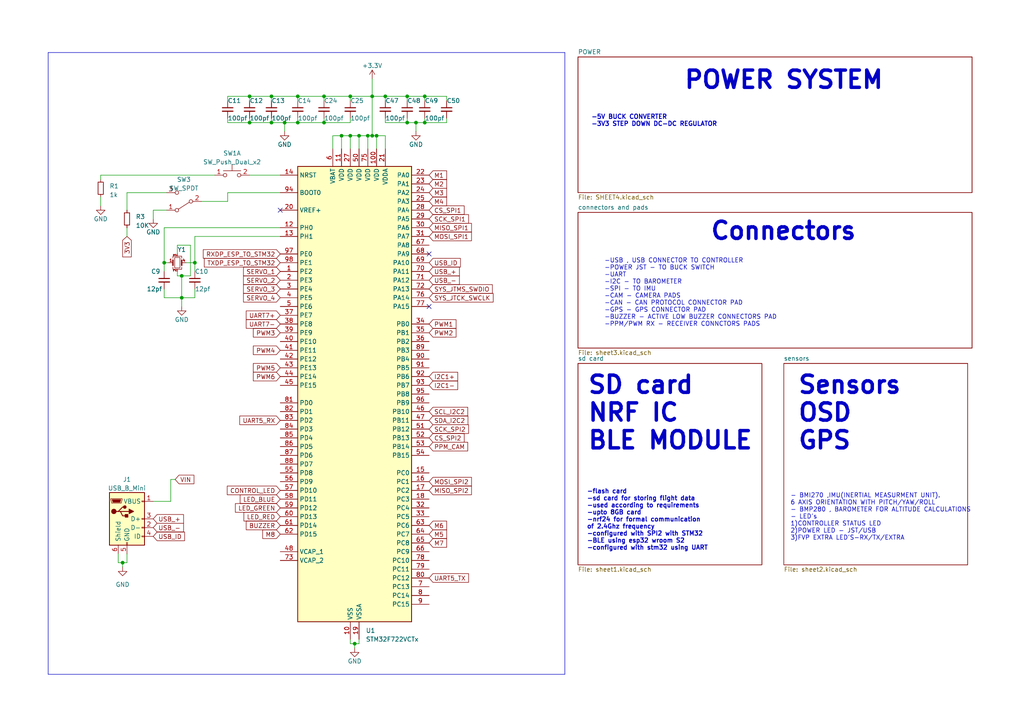
<source format=kicad_sch>
(kicad_sch (version 20230121) (generator eeschema)

  (uuid 4b180275-8355-49dd-8abb-8c8f51c45b28)

  (paper "A4")

  (lib_symbols
    (symbol "Connector:USB_B_Mini" (pin_names (offset 1.016)) (in_bom yes) (on_board yes)
      (property "Reference" "J" (at -5.08 11.43 0)
        (effects (font (size 1.27 1.27)) (justify left))
      )
      (property "Value" "USB_B_Mini" (at -5.08 8.89 0)
        (effects (font (size 1.27 1.27)) (justify left))
      )
      (property "Footprint" "" (at 3.81 -1.27 0)
        (effects (font (size 1.27 1.27)) hide)
      )
      (property "Datasheet" "~" (at 3.81 -1.27 0)
        (effects (font (size 1.27 1.27)) hide)
      )
      (property "ki_keywords" "connector USB mini" (at 0 0 0)
        (effects (font (size 1.27 1.27)) hide)
      )
      (property "ki_description" "USB Mini Type B connector" (at 0 0 0)
        (effects (font (size 1.27 1.27)) hide)
      )
      (property "ki_fp_filters" "USB*" (at 0 0 0)
        (effects (font (size 1.27 1.27)) hide)
      )
      (symbol "USB_B_Mini_0_1"
        (rectangle (start -5.08 -7.62) (end 5.08 7.62)
          (stroke (width 0.254) (type default))
          (fill (type background))
        )
        (circle (center -3.81 2.159) (radius 0.635)
          (stroke (width 0.254) (type default))
          (fill (type outline))
        )
        (circle (center -0.635 3.429) (radius 0.381)
          (stroke (width 0.254) (type default))
          (fill (type outline))
        )
        (rectangle (start -0.127 -7.62) (end 0.127 -6.858)
          (stroke (width 0) (type default))
          (fill (type none))
        )
        (polyline
          (pts
            (xy -1.905 2.159)
            (xy 0.635 2.159)
          )
          (stroke (width 0.254) (type default))
          (fill (type none))
        )
        (polyline
          (pts
            (xy -3.175 2.159)
            (xy -2.54 2.159)
            (xy -1.27 3.429)
            (xy -0.635 3.429)
          )
          (stroke (width 0.254) (type default))
          (fill (type none))
        )
        (polyline
          (pts
            (xy -2.54 2.159)
            (xy -1.905 2.159)
            (xy -1.27 0.889)
            (xy 0 0.889)
          )
          (stroke (width 0.254) (type default))
          (fill (type none))
        )
        (polyline
          (pts
            (xy 0.635 2.794)
            (xy 0.635 1.524)
            (xy 1.905 2.159)
            (xy 0.635 2.794)
          )
          (stroke (width 0.254) (type default))
          (fill (type outline))
        )
        (polyline
          (pts
            (xy -4.318 5.588)
            (xy -1.778 5.588)
            (xy -2.032 4.826)
            (xy -4.064 4.826)
            (xy -4.318 5.588)
          )
          (stroke (width 0) (type default))
          (fill (type outline))
        )
        (polyline
          (pts
            (xy -4.699 5.842)
            (xy -4.699 5.588)
            (xy -4.445 4.826)
            (xy -4.445 4.572)
            (xy -1.651 4.572)
            (xy -1.651 4.826)
            (xy -1.397 5.588)
            (xy -1.397 5.842)
            (xy -4.699 5.842)
          )
          (stroke (width 0) (type default))
          (fill (type none))
        )
        (rectangle (start 0.254 1.27) (end -0.508 0.508)
          (stroke (width 0.254) (type default))
          (fill (type outline))
        )
        (rectangle (start 5.08 -5.207) (end 4.318 -4.953)
          (stroke (width 0) (type default))
          (fill (type none))
        )
        (rectangle (start 5.08 -2.667) (end 4.318 -2.413)
          (stroke (width 0) (type default))
          (fill (type none))
        )
        (rectangle (start 5.08 -0.127) (end 4.318 0.127)
          (stroke (width 0) (type default))
          (fill (type none))
        )
        (rectangle (start 5.08 4.953) (end 4.318 5.207)
          (stroke (width 0) (type default))
          (fill (type none))
        )
      )
      (symbol "USB_B_Mini_1_1"
        (pin power_out line (at 7.62 5.08 180) (length 2.54)
          (name "VBUS" (effects (font (size 1.27 1.27))))
          (number "1" (effects (font (size 1.27 1.27))))
        )
        (pin bidirectional line (at 7.62 -2.54 180) (length 2.54)
          (name "D-" (effects (font (size 1.27 1.27))))
          (number "2" (effects (font (size 1.27 1.27))))
        )
        (pin bidirectional line (at 7.62 0 180) (length 2.54)
          (name "D+" (effects (font (size 1.27 1.27))))
          (number "3" (effects (font (size 1.27 1.27))))
        )
        (pin passive line (at 7.62 -5.08 180) (length 2.54)
          (name "ID" (effects (font (size 1.27 1.27))))
          (number "4" (effects (font (size 1.27 1.27))))
        )
        (pin power_out line (at 0 -10.16 90) (length 2.54)
          (name "GND" (effects (font (size 1.27 1.27))))
          (number "5" (effects (font (size 1.27 1.27))))
        )
        (pin passive line (at -2.54 -10.16 90) (length 2.54)
          (name "Shield" (effects (font (size 1.27 1.27))))
          (number "6" (effects (font (size 1.27 1.27))))
        )
      )
    )
    (symbol "Device:C_Small" (pin_numbers hide) (pin_names (offset 0.254) hide) (in_bom yes) (on_board yes)
      (property "Reference" "C" (at 0.254 1.778 0)
        (effects (font (size 1.27 1.27)) (justify left))
      )
      (property "Value" "C_Small" (at 0.254 -2.032 0)
        (effects (font (size 1.27 1.27)) (justify left))
      )
      (property "Footprint" "" (at 0 0 0)
        (effects (font (size 1.27 1.27)) hide)
      )
      (property "Datasheet" "~" (at 0 0 0)
        (effects (font (size 1.27 1.27)) hide)
      )
      (property "ki_keywords" "capacitor cap" (at 0 0 0)
        (effects (font (size 1.27 1.27)) hide)
      )
      (property "ki_description" "Unpolarized capacitor, small symbol" (at 0 0 0)
        (effects (font (size 1.27 1.27)) hide)
      )
      (property "ki_fp_filters" "C_*" (at 0 0 0)
        (effects (font (size 1.27 1.27)) hide)
      )
      (symbol "C_Small_0_1"
        (polyline
          (pts
            (xy -1.524 -0.508)
            (xy 1.524 -0.508)
          )
          (stroke (width 0.3302) (type default))
          (fill (type none))
        )
        (polyline
          (pts
            (xy -1.524 0.508)
            (xy 1.524 0.508)
          )
          (stroke (width 0.3048) (type default))
          (fill (type none))
        )
      )
      (symbol "C_Small_1_1"
        (pin passive line (at 0 2.54 270) (length 2.032)
          (name "~" (effects (font (size 1.27 1.27))))
          (number "1" (effects (font (size 1.27 1.27))))
        )
        (pin passive line (at 0 -2.54 90) (length 2.032)
          (name "~" (effects (font (size 1.27 1.27))))
          (number "2" (effects (font (size 1.27 1.27))))
        )
      )
    )
    (symbol "Device:Crystal_GND23_Small" (pin_names (offset 1.016) hide) (in_bom yes) (on_board yes)
      (property "Reference" "Y" (at 1.27 4.445 0)
        (effects (font (size 1.27 1.27)) (justify left))
      )
      (property "Value" "Crystal_GND23_Small" (at 1.27 2.54 0)
        (effects (font (size 1.27 1.27)) (justify left))
      )
      (property "Footprint" "" (at 0 0 0)
        (effects (font (size 1.27 1.27)) hide)
      )
      (property "Datasheet" "~" (at 0 0 0)
        (effects (font (size 1.27 1.27)) hide)
      )
      (property "ki_keywords" "quartz ceramic resonator oscillator" (at 0 0 0)
        (effects (font (size 1.27 1.27)) hide)
      )
      (property "ki_description" "Four pin crystal, GND on pins 2 and 3, small symbol" (at 0 0 0)
        (effects (font (size 1.27 1.27)) hide)
      )
      (property "ki_fp_filters" "Crystal*" (at 0 0 0)
        (effects (font (size 1.27 1.27)) hide)
      )
      (symbol "Crystal_GND23_Small_0_1"
        (rectangle (start -0.762 -1.524) (end 0.762 1.524)
          (stroke (width 0) (type default))
          (fill (type none))
        )
        (polyline
          (pts
            (xy -1.27 -0.762)
            (xy -1.27 0.762)
          )
          (stroke (width 0.381) (type default))
          (fill (type none))
        )
        (polyline
          (pts
            (xy 1.27 -0.762)
            (xy 1.27 0.762)
          )
          (stroke (width 0.381) (type default))
          (fill (type none))
        )
        (polyline
          (pts
            (xy -1.27 -1.27)
            (xy -1.27 -1.905)
            (xy 1.27 -1.905)
            (xy 1.27 -1.27)
          )
          (stroke (width 0) (type default))
          (fill (type none))
        )
        (polyline
          (pts
            (xy -1.27 1.27)
            (xy -1.27 1.905)
            (xy 1.27 1.905)
            (xy 1.27 1.27)
          )
          (stroke (width 0) (type default))
          (fill (type none))
        )
      )
      (symbol "Crystal_GND23_Small_1_1"
        (pin passive line (at -2.54 0 0) (length 1.27)
          (name "1" (effects (font (size 1.27 1.27))))
          (number "1" (effects (font (size 0.762 0.762))))
        )
        (pin passive line (at 0 -2.54 90) (length 0.635)
          (name "2" (effects (font (size 1.27 1.27))))
          (number "2" (effects (font (size 0.762 0.762))))
        )
        (pin passive line (at 0 2.54 270) (length 0.635)
          (name "3" (effects (font (size 1.27 1.27))))
          (number "3" (effects (font (size 0.762 0.762))))
        )
        (pin passive line (at 2.54 0 180) (length 1.27)
          (name "4" (effects (font (size 1.27 1.27))))
          (number "4" (effects (font (size 0.762 0.762))))
        )
      )
    )
    (symbol "Device:R_Small" (pin_numbers hide) (pin_names (offset 0.254) hide) (in_bom yes) (on_board yes)
      (property "Reference" "R" (at 0.762 0.508 0)
        (effects (font (size 1.27 1.27)) (justify left))
      )
      (property "Value" "R_Small" (at 0.762 -1.016 0)
        (effects (font (size 1.27 1.27)) (justify left))
      )
      (property "Footprint" "" (at 0 0 0)
        (effects (font (size 1.27 1.27)) hide)
      )
      (property "Datasheet" "~" (at 0 0 0)
        (effects (font (size 1.27 1.27)) hide)
      )
      (property "ki_keywords" "R resistor" (at 0 0 0)
        (effects (font (size 1.27 1.27)) hide)
      )
      (property "ki_description" "Resistor, small symbol" (at 0 0 0)
        (effects (font (size 1.27 1.27)) hide)
      )
      (property "ki_fp_filters" "R_*" (at 0 0 0)
        (effects (font (size 1.27 1.27)) hide)
      )
      (symbol "R_Small_0_1"
        (rectangle (start -0.762 1.778) (end 0.762 -1.778)
          (stroke (width 0.2032) (type default))
          (fill (type none))
        )
      )
      (symbol "R_Small_1_1"
        (pin passive line (at 0 2.54 270) (length 0.762)
          (name "~" (effects (font (size 1.27 1.27))))
          (number "1" (effects (font (size 1.27 1.27))))
        )
        (pin passive line (at 0 -2.54 90) (length 0.762)
          (name "~" (effects (font (size 1.27 1.27))))
          (number "2" (effects (font (size 1.27 1.27))))
        )
      )
    )
    (symbol "MCU_ST_STM32F7:STM32F722VCTx" (in_bom yes) (on_board yes)
      (property "Reference" "U" (at -15.24 67.31 0)
        (effects (font (size 1.27 1.27)) (justify left))
      )
      (property "Value" "STM32F722VCTx" (at 12.7 67.31 0)
        (effects (font (size 1.27 1.27)) (justify left))
      )
      (property "Footprint" "Package_QFP:LQFP-100_14x14mm_P0.5mm" (at -15.24 -66.04 0)
        (effects (font (size 1.27 1.27)) (justify right) hide)
      )
      (property "Datasheet" "https://www.st.com/resource/en/datasheet/stm32f722vc.pdf" (at 0 0 0)
        (effects (font (size 1.27 1.27)) hide)
      )
      (property "ki_locked" "" (at 0 0 0)
        (effects (font (size 1.27 1.27)))
      )
      (property "ki_keywords" "Arm Cortex-M7 STM32F7 STM32F7x2" (at 0 0 0)
        (effects (font (size 1.27 1.27)) hide)
      )
      (property "ki_description" "STMicroelectronics Arm Cortex-M7 MCU, 256KB flash, 256KB RAM, 216 MHz, 1.7-3.6V, 82 GPIO, LQFP100" (at 0 0 0)
        (effects (font (size 1.27 1.27)) hide)
      )
      (property "ki_fp_filters" "LQFP*14x14mm*P0.5mm*" (at 0 0 0)
        (effects (font (size 1.27 1.27)) hide)
      )
      (symbol "STM32F722VCTx_0_1"
        (rectangle (start -15.24 -66.04) (end 17.78 66.04)
          (stroke (width 0.254) (type default))
          (fill (type background))
        )
      )
      (symbol "STM32F722VCTx_1_1"
        (pin bidirectional line (at -20.32 35.56 0) (length 5.08)
          (name "PE2" (effects (font (size 1.27 1.27))))
          (number "1" (effects (font (size 1.27 1.27))))
          (alternate "FMC_A23" bidirectional line)
          (alternate "QUADSPI_BK1_IO2" bidirectional line)
          (alternate "SAI1_MCLK_A" bidirectional line)
          (alternate "SPI4_SCK" bidirectional line)
          (alternate "SYS_TRACECLK" bidirectional line)
        )
        (pin power_in line (at 0 -71.12 90) (length 5.08)
          (name "VSS" (effects (font (size 1.27 1.27))))
          (number "10" (effects (font (size 1.27 1.27))))
        )
        (pin power_in line (at 7.62 71.12 270) (length 5.08)
          (name "VDD" (effects (font (size 1.27 1.27))))
          (number "100" (effects (font (size 1.27 1.27))))
        )
        (pin power_in line (at -2.54 71.12 270) (length 5.08)
          (name "VDD" (effects (font (size 1.27 1.27))))
          (number "11" (effects (font (size 1.27 1.27))))
        )
        (pin bidirectional line (at -20.32 48.26 0) (length 5.08)
          (name "PH0" (effects (font (size 1.27 1.27))))
          (number "12" (effects (font (size 1.27 1.27))))
          (alternate "RCC_OSC_IN" bidirectional line)
        )
        (pin bidirectional line (at -20.32 45.72 0) (length 5.08)
          (name "PH1" (effects (font (size 1.27 1.27))))
          (number "13" (effects (font (size 1.27 1.27))))
          (alternate "RCC_OSC_OUT" bidirectional line)
        )
        (pin input line (at -20.32 63.5 0) (length 5.08)
          (name "NRST" (effects (font (size 1.27 1.27))))
          (number "14" (effects (font (size 1.27 1.27))))
        )
        (pin bidirectional line (at 22.86 -22.86 180) (length 5.08)
          (name "PC0" (effects (font (size 1.27 1.27))))
          (number "15" (effects (font (size 1.27 1.27))))
          (alternate "ADC1_IN10" bidirectional line)
          (alternate "ADC2_IN10" bidirectional line)
          (alternate "ADC3_IN10" bidirectional line)
          (alternate "FMC_SDNWE" bidirectional line)
          (alternate "SAI2_FS_B" bidirectional line)
          (alternate "USB_OTG_HS_ULPI_STP" bidirectional line)
        )
        (pin bidirectional line (at 22.86 -25.4 180) (length 5.08)
          (name "PC1" (effects (font (size 1.27 1.27))))
          (number "16" (effects (font (size 1.27 1.27))))
          (alternate "ADC1_IN11" bidirectional line)
          (alternate "ADC2_IN11" bidirectional line)
          (alternate "ADC3_IN11" bidirectional line)
          (alternate "I2S2_SD" bidirectional line)
          (alternate "RTC_TAMP3" bidirectional line)
          (alternate "RTC_TS" bidirectional line)
          (alternate "SAI1_SD_A" bidirectional line)
          (alternate "SPI2_MOSI" bidirectional line)
          (alternate "SYS_TRACED0" bidirectional line)
          (alternate "SYS_WKUP3" bidirectional line)
        )
        (pin bidirectional line (at 22.86 -27.94 180) (length 5.08)
          (name "PC2" (effects (font (size 1.27 1.27))))
          (number "17" (effects (font (size 1.27 1.27))))
          (alternate "ADC1_IN12" bidirectional line)
          (alternate "ADC2_IN12" bidirectional line)
          (alternate "ADC3_IN12" bidirectional line)
          (alternate "FMC_SDNE0" bidirectional line)
          (alternate "SPI2_MISO" bidirectional line)
          (alternate "USB_OTG_HS_ULPI_DIR" bidirectional line)
        )
        (pin bidirectional line (at 22.86 -30.48 180) (length 5.08)
          (name "PC3" (effects (font (size 1.27 1.27))))
          (number "18" (effects (font (size 1.27 1.27))))
          (alternate "ADC1_IN13" bidirectional line)
          (alternate "ADC2_IN13" bidirectional line)
          (alternate "ADC3_IN13" bidirectional line)
          (alternate "FMC_SDCKE0" bidirectional line)
          (alternate "I2S2_SD" bidirectional line)
          (alternate "SPI2_MOSI" bidirectional line)
          (alternate "USB_OTG_HS_ULPI_NXT" bidirectional line)
        )
        (pin power_in line (at 2.54 -71.12 90) (length 5.08)
          (name "VSSA" (effects (font (size 1.27 1.27))))
          (number "19" (effects (font (size 1.27 1.27))))
        )
        (pin bidirectional line (at -20.32 33.02 0) (length 5.08)
          (name "PE3" (effects (font (size 1.27 1.27))))
          (number "2" (effects (font (size 1.27 1.27))))
          (alternate "FMC_A19" bidirectional line)
          (alternate "SAI1_SD_B" bidirectional line)
          (alternate "SYS_TRACED0" bidirectional line)
        )
        (pin input line (at -20.32 53.34 0) (length 5.08)
          (name "VREF+" (effects (font (size 1.27 1.27))))
          (number "20" (effects (font (size 1.27 1.27))))
        )
        (pin power_in line (at 10.16 71.12 270) (length 5.08)
          (name "VDDA" (effects (font (size 1.27 1.27))))
          (number "21" (effects (font (size 1.27 1.27))))
        )
        (pin bidirectional line (at 22.86 63.5 180) (length 5.08)
          (name "PA0" (effects (font (size 1.27 1.27))))
          (number "22" (effects (font (size 1.27 1.27))))
          (alternate "ADC1_IN0" bidirectional line)
          (alternate "ADC2_IN0" bidirectional line)
          (alternate "ADC3_IN0" bidirectional line)
          (alternate "SAI2_SD_B" bidirectional line)
          (alternate "SYS_WKUP1" bidirectional line)
          (alternate "TIM2_CH1" bidirectional line)
          (alternate "TIM2_ETR" bidirectional line)
          (alternate "TIM5_CH1" bidirectional line)
          (alternate "TIM8_ETR" bidirectional line)
          (alternate "UART4_TX" bidirectional line)
          (alternate "USART2_CTS" bidirectional line)
        )
        (pin bidirectional line (at 22.86 60.96 180) (length 5.08)
          (name "PA1" (effects (font (size 1.27 1.27))))
          (number "23" (effects (font (size 1.27 1.27))))
          (alternate "ADC1_IN1" bidirectional line)
          (alternate "ADC2_IN1" bidirectional line)
          (alternate "ADC3_IN1" bidirectional line)
          (alternate "QUADSPI_BK1_IO3" bidirectional line)
          (alternate "SAI2_MCLK_B" bidirectional line)
          (alternate "TIM2_CH2" bidirectional line)
          (alternate "TIM5_CH2" bidirectional line)
          (alternate "UART4_RX" bidirectional line)
          (alternate "USART2_DE" bidirectional line)
          (alternate "USART2_RTS" bidirectional line)
        )
        (pin bidirectional line (at 22.86 58.42 180) (length 5.08)
          (name "PA2" (effects (font (size 1.27 1.27))))
          (number "24" (effects (font (size 1.27 1.27))))
          (alternate "ADC1_IN2" bidirectional line)
          (alternate "ADC2_IN2" bidirectional line)
          (alternate "ADC3_IN2" bidirectional line)
          (alternate "SAI2_SCK_B" bidirectional line)
          (alternate "SYS_WKUP2" bidirectional line)
          (alternate "TIM2_CH3" bidirectional line)
          (alternate "TIM5_CH3" bidirectional line)
          (alternate "TIM9_CH1" bidirectional line)
          (alternate "USART2_TX" bidirectional line)
        )
        (pin bidirectional line (at 22.86 55.88 180) (length 5.08)
          (name "PA3" (effects (font (size 1.27 1.27))))
          (number "25" (effects (font (size 1.27 1.27))))
          (alternate "ADC1_IN3" bidirectional line)
          (alternate "ADC2_IN3" bidirectional line)
          (alternate "ADC3_IN3" bidirectional line)
          (alternate "TIM2_CH4" bidirectional line)
          (alternate "TIM5_CH4" bidirectional line)
          (alternate "TIM9_CH2" bidirectional line)
          (alternate "USART2_RX" bidirectional line)
          (alternate "USB_OTG_HS_ULPI_D0" bidirectional line)
        )
        (pin passive line (at 0 -71.12 90) (length 5.08) hide
          (name "VSS" (effects (font (size 1.27 1.27))))
          (number "26" (effects (font (size 1.27 1.27))))
        )
        (pin power_in line (at 0 71.12 270) (length 5.08)
          (name "VDD" (effects (font (size 1.27 1.27))))
          (number "27" (effects (font (size 1.27 1.27))))
        )
        (pin bidirectional line (at 22.86 53.34 180) (length 5.08)
          (name "PA4" (effects (font (size 1.27 1.27))))
          (number "28" (effects (font (size 1.27 1.27))))
          (alternate "ADC1_IN4" bidirectional line)
          (alternate "ADC2_IN4" bidirectional line)
          (alternate "DAC_OUT1" bidirectional line)
          (alternate "I2S1_WS" bidirectional line)
          (alternate "I2S3_WS" bidirectional line)
          (alternate "SPI1_NSS" bidirectional line)
          (alternate "SPI3_NSS" bidirectional line)
          (alternate "USART2_CK" bidirectional line)
          (alternate "USB_OTG_HS_SOF" bidirectional line)
        )
        (pin bidirectional line (at 22.86 50.8 180) (length 5.08)
          (name "PA5" (effects (font (size 1.27 1.27))))
          (number "29" (effects (font (size 1.27 1.27))))
          (alternate "ADC1_IN5" bidirectional line)
          (alternate "ADC2_IN5" bidirectional line)
          (alternate "DAC_OUT2" bidirectional line)
          (alternate "I2S1_CK" bidirectional line)
          (alternate "SPI1_SCK" bidirectional line)
          (alternate "TIM2_CH1" bidirectional line)
          (alternate "TIM2_ETR" bidirectional line)
          (alternate "TIM8_CH1N" bidirectional line)
          (alternate "USB_OTG_HS_ULPI_CK" bidirectional line)
        )
        (pin bidirectional line (at -20.32 30.48 0) (length 5.08)
          (name "PE4" (effects (font (size 1.27 1.27))))
          (number "3" (effects (font (size 1.27 1.27))))
          (alternate "FMC_A20" bidirectional line)
          (alternate "SAI1_FS_A" bidirectional line)
          (alternate "SPI4_NSS" bidirectional line)
          (alternate "SYS_TRACED1" bidirectional line)
        )
        (pin bidirectional line (at 22.86 48.26 180) (length 5.08)
          (name "PA6" (effects (font (size 1.27 1.27))))
          (number "30" (effects (font (size 1.27 1.27))))
          (alternate "ADC1_IN6" bidirectional line)
          (alternate "ADC2_IN6" bidirectional line)
          (alternate "SPI1_MISO" bidirectional line)
          (alternate "TIM13_CH1" bidirectional line)
          (alternate "TIM1_BKIN" bidirectional line)
          (alternate "TIM3_CH1" bidirectional line)
          (alternate "TIM8_BKIN" bidirectional line)
        )
        (pin bidirectional line (at 22.86 45.72 180) (length 5.08)
          (name "PA7" (effects (font (size 1.27 1.27))))
          (number "31" (effects (font (size 1.27 1.27))))
          (alternate "ADC1_IN7" bidirectional line)
          (alternate "ADC2_IN7" bidirectional line)
          (alternate "FMC_SDNWE" bidirectional line)
          (alternate "I2S1_SD" bidirectional line)
          (alternate "SPI1_MOSI" bidirectional line)
          (alternate "TIM14_CH1" bidirectional line)
          (alternate "TIM1_CH1N" bidirectional line)
          (alternate "TIM3_CH2" bidirectional line)
          (alternate "TIM8_CH1N" bidirectional line)
        )
        (pin bidirectional line (at 22.86 -33.02 180) (length 5.08)
          (name "PC4" (effects (font (size 1.27 1.27))))
          (number "32" (effects (font (size 1.27 1.27))))
          (alternate "ADC1_IN14" bidirectional line)
          (alternate "ADC2_IN14" bidirectional line)
          (alternate "FMC_SDNE0" bidirectional line)
          (alternate "I2S1_MCK" bidirectional line)
        )
        (pin bidirectional line (at 22.86 -35.56 180) (length 5.08)
          (name "PC5" (effects (font (size 1.27 1.27))))
          (number "33" (effects (font (size 1.27 1.27))))
          (alternate "ADC1_IN15" bidirectional line)
          (alternate "ADC2_IN15" bidirectional line)
          (alternate "FMC_SDCKE0" bidirectional line)
        )
        (pin bidirectional line (at 22.86 20.32 180) (length 5.08)
          (name "PB0" (effects (font (size 1.27 1.27))))
          (number "34" (effects (font (size 1.27 1.27))))
          (alternate "ADC1_IN8" bidirectional line)
          (alternate "ADC2_IN8" bidirectional line)
          (alternate "TIM1_CH2N" bidirectional line)
          (alternate "TIM3_CH3" bidirectional line)
          (alternate "TIM8_CH2N" bidirectional line)
          (alternate "UART4_CTS" bidirectional line)
          (alternate "USB_OTG_HS_ULPI_D1" bidirectional line)
        )
        (pin bidirectional line (at 22.86 17.78 180) (length 5.08)
          (name "PB1" (effects (font (size 1.27 1.27))))
          (number "35" (effects (font (size 1.27 1.27))))
          (alternate "ADC1_IN9" bidirectional line)
          (alternate "ADC2_IN9" bidirectional line)
          (alternate "TIM1_CH3N" bidirectional line)
          (alternate "TIM3_CH4" bidirectional line)
          (alternate "TIM8_CH3N" bidirectional line)
          (alternate "USB_OTG_HS_ULPI_D2" bidirectional line)
        )
        (pin bidirectional line (at 22.86 15.24 180) (length 5.08)
          (name "PB2" (effects (font (size 1.27 1.27))))
          (number "36" (effects (font (size 1.27 1.27))))
          (alternate "I2S3_SD" bidirectional line)
          (alternate "QUADSPI_CLK" bidirectional line)
          (alternate "SAI1_SD_A" bidirectional line)
          (alternate "SPI3_MOSI" bidirectional line)
        )
        (pin bidirectional line (at -20.32 22.86 0) (length 5.08)
          (name "PE7" (effects (font (size 1.27 1.27))))
          (number "37" (effects (font (size 1.27 1.27))))
          (alternate "FMC_D4" bidirectional line)
          (alternate "FMC_DA4" bidirectional line)
          (alternate "QUADSPI_BK2_IO0" bidirectional line)
          (alternate "TIM1_ETR" bidirectional line)
          (alternate "UART7_RX" bidirectional line)
        )
        (pin bidirectional line (at -20.32 20.32 0) (length 5.08)
          (name "PE8" (effects (font (size 1.27 1.27))))
          (number "38" (effects (font (size 1.27 1.27))))
          (alternate "FMC_D5" bidirectional line)
          (alternate "FMC_DA5" bidirectional line)
          (alternate "QUADSPI_BK2_IO1" bidirectional line)
          (alternate "TIM1_CH1N" bidirectional line)
          (alternate "UART7_TX" bidirectional line)
        )
        (pin bidirectional line (at -20.32 17.78 0) (length 5.08)
          (name "PE9" (effects (font (size 1.27 1.27))))
          (number "39" (effects (font (size 1.27 1.27))))
          (alternate "DAC_EXTI9" bidirectional line)
          (alternate "FMC_D6" bidirectional line)
          (alternate "FMC_DA6" bidirectional line)
          (alternate "QUADSPI_BK2_IO2" bidirectional line)
          (alternate "TIM1_CH1" bidirectional line)
          (alternate "UART7_DE" bidirectional line)
          (alternate "UART7_RTS" bidirectional line)
        )
        (pin bidirectional line (at -20.32 27.94 0) (length 5.08)
          (name "PE5" (effects (font (size 1.27 1.27))))
          (number "4" (effects (font (size 1.27 1.27))))
          (alternate "FMC_A21" bidirectional line)
          (alternate "SAI1_SCK_A" bidirectional line)
          (alternate "SPI4_MISO" bidirectional line)
          (alternate "SYS_TRACED2" bidirectional line)
          (alternate "TIM9_CH1" bidirectional line)
        )
        (pin bidirectional line (at -20.32 15.24 0) (length 5.08)
          (name "PE10" (effects (font (size 1.27 1.27))))
          (number "40" (effects (font (size 1.27 1.27))))
          (alternate "FMC_D7" bidirectional line)
          (alternate "FMC_DA7" bidirectional line)
          (alternate "QUADSPI_BK2_IO3" bidirectional line)
          (alternate "TIM1_CH2N" bidirectional line)
          (alternate "UART7_CTS" bidirectional line)
        )
        (pin bidirectional line (at -20.32 12.7 0) (length 5.08)
          (name "PE11" (effects (font (size 1.27 1.27))))
          (number "41" (effects (font (size 1.27 1.27))))
          (alternate "ADC1_EXTI11" bidirectional line)
          (alternate "ADC2_EXTI11" bidirectional line)
          (alternate "ADC3_EXTI11" bidirectional line)
          (alternate "FMC_D8" bidirectional line)
          (alternate "FMC_DA8" bidirectional line)
          (alternate "SAI2_SD_B" bidirectional line)
          (alternate "SPI4_NSS" bidirectional line)
          (alternate "TIM1_CH2" bidirectional line)
        )
        (pin bidirectional line (at -20.32 10.16 0) (length 5.08)
          (name "PE12" (effects (font (size 1.27 1.27))))
          (number "42" (effects (font (size 1.27 1.27))))
          (alternate "FMC_D9" bidirectional line)
          (alternate "FMC_DA9" bidirectional line)
          (alternate "SAI2_SCK_B" bidirectional line)
          (alternate "SPI4_SCK" bidirectional line)
          (alternate "TIM1_CH3N" bidirectional line)
        )
        (pin bidirectional line (at -20.32 7.62 0) (length 5.08)
          (name "PE13" (effects (font (size 1.27 1.27))))
          (number "43" (effects (font (size 1.27 1.27))))
          (alternate "FMC_D10" bidirectional line)
          (alternate "FMC_DA10" bidirectional line)
          (alternate "SAI2_FS_B" bidirectional line)
          (alternate "SPI4_MISO" bidirectional line)
          (alternate "TIM1_CH3" bidirectional line)
        )
        (pin bidirectional line (at -20.32 5.08 0) (length 5.08)
          (name "PE14" (effects (font (size 1.27 1.27))))
          (number "44" (effects (font (size 1.27 1.27))))
          (alternate "FMC_D11" bidirectional line)
          (alternate "FMC_DA11" bidirectional line)
          (alternate "SAI2_MCLK_B" bidirectional line)
          (alternate "SPI4_MOSI" bidirectional line)
          (alternate "TIM1_CH4" bidirectional line)
        )
        (pin bidirectional line (at -20.32 2.54 0) (length 5.08)
          (name "PE15" (effects (font (size 1.27 1.27))))
          (number "45" (effects (font (size 1.27 1.27))))
          (alternate "FMC_D12" bidirectional line)
          (alternate "FMC_DA12" bidirectional line)
          (alternate "TIM1_BKIN" bidirectional line)
        )
        (pin bidirectional line (at 22.86 -5.08 180) (length 5.08)
          (name "PB10" (effects (font (size 1.27 1.27))))
          (number "46" (effects (font (size 1.27 1.27))))
          (alternate "I2C2_SCL" bidirectional line)
          (alternate "I2S2_CK" bidirectional line)
          (alternate "SPI2_SCK" bidirectional line)
          (alternate "TIM2_CH3" bidirectional line)
          (alternate "USART3_TX" bidirectional line)
          (alternate "USB_OTG_HS_ULPI_D3" bidirectional line)
        )
        (pin bidirectional line (at 22.86 -7.62 180) (length 5.08)
          (name "PB11" (effects (font (size 1.27 1.27))))
          (number "47" (effects (font (size 1.27 1.27))))
          (alternate "ADC1_EXTI11" bidirectional line)
          (alternate "ADC2_EXTI11" bidirectional line)
          (alternate "ADC3_EXTI11" bidirectional line)
          (alternate "I2C2_SDA" bidirectional line)
          (alternate "TIM2_CH4" bidirectional line)
          (alternate "USART3_RX" bidirectional line)
          (alternate "USB_OTG_HS_ULPI_D4" bidirectional line)
        )
        (pin power_out line (at -20.32 -45.72 0) (length 5.08)
          (name "VCAP_1" (effects (font (size 1.27 1.27))))
          (number "48" (effects (font (size 1.27 1.27))))
        )
        (pin passive line (at 0 -71.12 90) (length 5.08) hide
          (name "VSS" (effects (font (size 1.27 1.27))))
          (number "49" (effects (font (size 1.27 1.27))))
        )
        (pin bidirectional line (at -20.32 25.4 0) (length 5.08)
          (name "PE6" (effects (font (size 1.27 1.27))))
          (number "5" (effects (font (size 1.27 1.27))))
          (alternate "FMC_A22" bidirectional line)
          (alternate "SAI1_SD_A" bidirectional line)
          (alternate "SAI2_MCLK_B" bidirectional line)
          (alternate "SPI4_MOSI" bidirectional line)
          (alternate "SYS_TRACED3" bidirectional line)
          (alternate "TIM1_BKIN2" bidirectional line)
          (alternate "TIM9_CH2" bidirectional line)
        )
        (pin power_in line (at 2.54 71.12 270) (length 5.08)
          (name "VDD" (effects (font (size 1.27 1.27))))
          (number "50" (effects (font (size 1.27 1.27))))
        )
        (pin bidirectional line (at 22.86 -10.16 180) (length 5.08)
          (name "PB12" (effects (font (size 1.27 1.27))))
          (number "51" (effects (font (size 1.27 1.27))))
          (alternate "I2C2_SMBA" bidirectional line)
          (alternate "I2S2_WS" bidirectional line)
          (alternate "SPI2_NSS" bidirectional line)
          (alternate "TIM1_BKIN" bidirectional line)
          (alternate "USART3_CK" bidirectional line)
          (alternate "USB_OTG_HS_ID" bidirectional line)
          (alternate "USB_OTG_HS_ULPI_D5" bidirectional line)
        )
        (pin bidirectional line (at 22.86 -12.7 180) (length 5.08)
          (name "PB13" (effects (font (size 1.27 1.27))))
          (number "52" (effects (font (size 1.27 1.27))))
          (alternate "I2S2_CK" bidirectional line)
          (alternate "SPI2_SCK" bidirectional line)
          (alternate "TIM1_CH1N" bidirectional line)
          (alternate "USART3_CTS" bidirectional line)
          (alternate "USB_OTG_HS_ULPI_D6" bidirectional line)
          (alternate "USB_OTG_HS_VBUS" bidirectional line)
        )
        (pin bidirectional line (at 22.86 -15.24 180) (length 5.08)
          (name "PB14" (effects (font (size 1.27 1.27))))
          (number "53" (effects (font (size 1.27 1.27))))
          (alternate "SDMMC2_D0" bidirectional line)
          (alternate "SPI2_MISO" bidirectional line)
          (alternate "TIM12_CH1" bidirectional line)
          (alternate "TIM1_CH2N" bidirectional line)
          (alternate "TIM8_CH2N" bidirectional line)
          (alternate "USART3_DE" bidirectional line)
          (alternate "USART3_RTS" bidirectional line)
          (alternate "USB_OTG_HS_DM" bidirectional line)
        )
        (pin bidirectional line (at 22.86 -17.78 180) (length 5.08)
          (name "PB15" (effects (font (size 1.27 1.27))))
          (number "54" (effects (font (size 1.27 1.27))))
          (alternate "I2S2_SD" bidirectional line)
          (alternate "RTC_REFIN" bidirectional line)
          (alternate "SDMMC2_D1" bidirectional line)
          (alternate "SPI2_MOSI" bidirectional line)
          (alternate "TIM12_CH2" bidirectional line)
          (alternate "TIM1_CH3N" bidirectional line)
          (alternate "TIM8_CH3N" bidirectional line)
          (alternate "USB_OTG_HS_DP" bidirectional line)
        )
        (pin bidirectional line (at -20.32 -22.86 0) (length 5.08)
          (name "PD8" (effects (font (size 1.27 1.27))))
          (number "55" (effects (font (size 1.27 1.27))))
          (alternate "FMC_D13" bidirectional line)
          (alternate "FMC_DA13" bidirectional line)
          (alternate "USART3_TX" bidirectional line)
        )
        (pin bidirectional line (at -20.32 -25.4 0) (length 5.08)
          (name "PD9" (effects (font (size 1.27 1.27))))
          (number "56" (effects (font (size 1.27 1.27))))
          (alternate "DAC_EXTI9" bidirectional line)
          (alternate "FMC_D14" bidirectional line)
          (alternate "FMC_DA14" bidirectional line)
          (alternate "USART3_RX" bidirectional line)
        )
        (pin bidirectional line (at -20.32 -27.94 0) (length 5.08)
          (name "PD10" (effects (font (size 1.27 1.27))))
          (number "57" (effects (font (size 1.27 1.27))))
          (alternate "FMC_D15" bidirectional line)
          (alternate "FMC_DA15" bidirectional line)
          (alternate "USART3_CK" bidirectional line)
        )
        (pin bidirectional line (at -20.32 -30.48 0) (length 5.08)
          (name "PD11" (effects (font (size 1.27 1.27))))
          (number "58" (effects (font (size 1.27 1.27))))
          (alternate "ADC1_EXTI11" bidirectional line)
          (alternate "ADC2_EXTI11" bidirectional line)
          (alternate "ADC3_EXTI11" bidirectional line)
          (alternate "FMC_A16" bidirectional line)
          (alternate "FMC_CLE" bidirectional line)
          (alternate "QUADSPI_BK1_IO0" bidirectional line)
          (alternate "SAI2_SD_A" bidirectional line)
          (alternate "USART3_CTS" bidirectional line)
        )
        (pin bidirectional line (at -20.32 -33.02 0) (length 5.08)
          (name "PD12" (effects (font (size 1.27 1.27))))
          (number "59" (effects (font (size 1.27 1.27))))
          (alternate "FMC_A17" bidirectional line)
          (alternate "FMC_ALE" bidirectional line)
          (alternate "LPTIM1_IN1" bidirectional line)
          (alternate "QUADSPI_BK1_IO1" bidirectional line)
          (alternate "SAI2_FS_A" bidirectional line)
          (alternate "TIM4_CH1" bidirectional line)
          (alternate "USART3_DE" bidirectional line)
          (alternate "USART3_RTS" bidirectional line)
        )
        (pin power_in line (at -5.08 71.12 270) (length 5.08)
          (name "VBAT" (effects (font (size 1.27 1.27))))
          (number "6" (effects (font (size 1.27 1.27))))
        )
        (pin bidirectional line (at -20.32 -35.56 0) (length 5.08)
          (name "PD13" (effects (font (size 1.27 1.27))))
          (number "60" (effects (font (size 1.27 1.27))))
          (alternate "FMC_A18" bidirectional line)
          (alternate "LPTIM1_OUT" bidirectional line)
          (alternate "QUADSPI_BK1_IO3" bidirectional line)
          (alternate "SAI2_SCK_A" bidirectional line)
          (alternate "TIM4_CH2" bidirectional line)
        )
        (pin bidirectional line (at -20.32 -38.1 0) (length 5.08)
          (name "PD14" (effects (font (size 1.27 1.27))))
          (number "61" (effects (font (size 1.27 1.27))))
          (alternate "FMC_D0" bidirectional line)
          (alternate "FMC_DA0" bidirectional line)
          (alternate "TIM4_CH3" bidirectional line)
          (alternate "UART8_CTS" bidirectional line)
        )
        (pin bidirectional line (at -20.32 -40.64 0) (length 5.08)
          (name "PD15" (effects (font (size 1.27 1.27))))
          (number "62" (effects (font (size 1.27 1.27))))
          (alternate "FMC_D1" bidirectional line)
          (alternate "FMC_DA1" bidirectional line)
          (alternate "TIM4_CH4" bidirectional line)
          (alternate "UART8_DE" bidirectional line)
          (alternate "UART8_RTS" bidirectional line)
        )
        (pin bidirectional line (at 22.86 -38.1 180) (length 5.08)
          (name "PC6" (effects (font (size 1.27 1.27))))
          (number "63" (effects (font (size 1.27 1.27))))
          (alternate "I2S2_MCK" bidirectional line)
          (alternate "SDMMC1_D6" bidirectional line)
          (alternate "SDMMC2_D6" bidirectional line)
          (alternate "TIM3_CH1" bidirectional line)
          (alternate "TIM8_CH1" bidirectional line)
          (alternate "USART6_TX" bidirectional line)
        )
        (pin bidirectional line (at 22.86 -40.64 180) (length 5.08)
          (name "PC7" (effects (font (size 1.27 1.27))))
          (number "64" (effects (font (size 1.27 1.27))))
          (alternate "I2S3_MCK" bidirectional line)
          (alternate "SDMMC1_D7" bidirectional line)
          (alternate "SDMMC2_D7" bidirectional line)
          (alternate "TIM3_CH2" bidirectional line)
          (alternate "TIM8_CH2" bidirectional line)
          (alternate "USART6_RX" bidirectional line)
        )
        (pin bidirectional line (at 22.86 -43.18 180) (length 5.08)
          (name "PC8" (effects (font (size 1.27 1.27))))
          (number "65" (effects (font (size 1.27 1.27))))
          (alternate "SDMMC1_D0" bidirectional line)
          (alternate "SYS_TRACED1" bidirectional line)
          (alternate "TIM3_CH3" bidirectional line)
          (alternate "TIM8_CH3" bidirectional line)
          (alternate "UART5_DE" bidirectional line)
          (alternate "UART5_RTS" bidirectional line)
          (alternate "USART6_CK" bidirectional line)
        )
        (pin bidirectional line (at 22.86 -45.72 180) (length 5.08)
          (name "PC9" (effects (font (size 1.27 1.27))))
          (number "66" (effects (font (size 1.27 1.27))))
          (alternate "DAC_EXTI9" bidirectional line)
          (alternate "I2C3_SDA" bidirectional line)
          (alternate "I2S_CKIN" bidirectional line)
          (alternate "QUADSPI_BK1_IO0" bidirectional line)
          (alternate "RCC_MCO_2" bidirectional line)
          (alternate "SDMMC1_D1" bidirectional line)
          (alternate "TIM3_CH4" bidirectional line)
          (alternate "TIM8_CH4" bidirectional line)
          (alternate "UART5_CTS" bidirectional line)
        )
        (pin bidirectional line (at 22.86 43.18 180) (length 5.08)
          (name "PA8" (effects (font (size 1.27 1.27))))
          (number "67" (effects (font (size 1.27 1.27))))
          (alternate "I2C3_SCL" bidirectional line)
          (alternate "RCC_MCO_1" bidirectional line)
          (alternate "TIM1_CH1" bidirectional line)
          (alternate "TIM8_BKIN2" bidirectional line)
          (alternate "USART1_CK" bidirectional line)
          (alternate "USB_OTG_FS_SOF" bidirectional line)
        )
        (pin bidirectional line (at 22.86 40.64 180) (length 5.08)
          (name "PA9" (effects (font (size 1.27 1.27))))
          (number "68" (effects (font (size 1.27 1.27))))
          (alternate "DAC_EXTI9" bidirectional line)
          (alternate "I2C3_SMBA" bidirectional line)
          (alternate "I2S2_CK" bidirectional line)
          (alternate "SPI2_SCK" bidirectional line)
          (alternate "TIM1_CH2" bidirectional line)
          (alternate "USART1_TX" bidirectional line)
          (alternate "USB_OTG_FS_VBUS" bidirectional line)
        )
        (pin bidirectional line (at 22.86 38.1 180) (length 5.08)
          (name "PA10" (effects (font (size 1.27 1.27))))
          (number "69" (effects (font (size 1.27 1.27))))
          (alternate "TIM1_CH3" bidirectional line)
          (alternate "USART1_RX" bidirectional line)
          (alternate "USB_OTG_FS_ID" bidirectional line)
        )
        (pin bidirectional line (at 22.86 -55.88 180) (length 5.08)
          (name "PC13" (effects (font (size 1.27 1.27))))
          (number "7" (effects (font (size 1.27 1.27))))
          (alternate "RTC_OUT" bidirectional line)
          (alternate "RTC_TAMP1" bidirectional line)
          (alternate "RTC_TS" bidirectional line)
          (alternate "SYS_WKUP4" bidirectional line)
        )
        (pin bidirectional line (at 22.86 35.56 180) (length 5.08)
          (name "PA11" (effects (font (size 1.27 1.27))))
          (number "70" (effects (font (size 1.27 1.27))))
          (alternate "ADC1_EXTI11" bidirectional line)
          (alternate "ADC2_EXTI11" bidirectional line)
          (alternate "ADC3_EXTI11" bidirectional line)
          (alternate "CAN1_RX" bidirectional line)
          (alternate "TIM1_CH4" bidirectional line)
          (alternate "USART1_CTS" bidirectional line)
          (alternate "USB_OTG_FS_DM" bidirectional line)
        )
        (pin bidirectional line (at 22.86 33.02 180) (length 5.08)
          (name "PA12" (effects (font (size 1.27 1.27))))
          (number "71" (effects (font (size 1.27 1.27))))
          (alternate "CAN1_TX" bidirectional line)
          (alternate "SAI2_FS_B" bidirectional line)
          (alternate "TIM1_ETR" bidirectional line)
          (alternate "USART1_DE" bidirectional line)
          (alternate "USART1_RTS" bidirectional line)
          (alternate "USB_OTG_FS_DP" bidirectional line)
        )
        (pin bidirectional line (at 22.86 30.48 180) (length 5.08)
          (name "PA13" (effects (font (size 1.27 1.27))))
          (number "72" (effects (font (size 1.27 1.27))))
          (alternate "SYS_JTMS-SWDIO" bidirectional line)
        )
        (pin power_out line (at -20.32 -48.26 0) (length 5.08)
          (name "VCAP_2" (effects (font (size 1.27 1.27))))
          (number "73" (effects (font (size 1.27 1.27))))
        )
        (pin passive line (at 0 -71.12 90) (length 5.08) hide
          (name "VSS" (effects (font (size 1.27 1.27))))
          (number "74" (effects (font (size 1.27 1.27))))
        )
        (pin power_in line (at 5.08 71.12 270) (length 5.08)
          (name "VDD" (effects (font (size 1.27 1.27))))
          (number "75" (effects (font (size 1.27 1.27))))
        )
        (pin bidirectional line (at 22.86 27.94 180) (length 5.08)
          (name "PA14" (effects (font (size 1.27 1.27))))
          (number "76" (effects (font (size 1.27 1.27))))
          (alternate "SYS_JTCK-SWCLK" bidirectional line)
        )
        (pin bidirectional line (at 22.86 25.4 180) (length 5.08)
          (name "PA15" (effects (font (size 1.27 1.27))))
          (number "77" (effects (font (size 1.27 1.27))))
          (alternate "I2S1_WS" bidirectional line)
          (alternate "I2S3_WS" bidirectional line)
          (alternate "SPI1_NSS" bidirectional line)
          (alternate "SPI3_NSS" bidirectional line)
          (alternate "SYS_JTDI" bidirectional line)
          (alternate "TIM2_CH1" bidirectional line)
          (alternate "TIM2_ETR" bidirectional line)
          (alternate "UART4_DE" bidirectional line)
          (alternate "UART4_RTS" bidirectional line)
        )
        (pin bidirectional line (at 22.86 -48.26 180) (length 5.08)
          (name "PC10" (effects (font (size 1.27 1.27))))
          (number "78" (effects (font (size 1.27 1.27))))
          (alternate "I2S3_CK" bidirectional line)
          (alternate "QUADSPI_BK1_IO1" bidirectional line)
          (alternate "SDMMC1_D2" bidirectional line)
          (alternate "SPI3_SCK" bidirectional line)
          (alternate "UART4_TX" bidirectional line)
          (alternate "USART3_TX" bidirectional line)
        )
        (pin bidirectional line (at 22.86 -50.8 180) (length 5.08)
          (name "PC11" (effects (font (size 1.27 1.27))))
          (number "79" (effects (font (size 1.27 1.27))))
          (alternate "ADC1_EXTI11" bidirectional line)
          (alternate "ADC2_EXTI11" bidirectional line)
          (alternate "ADC3_EXTI11" bidirectional line)
          (alternate "QUADSPI_BK2_NCS" bidirectional line)
          (alternate "SDMMC1_D3" bidirectional line)
          (alternate "SPI3_MISO" bidirectional line)
          (alternate "UART4_RX" bidirectional line)
          (alternate "USART3_RX" bidirectional line)
        )
        (pin bidirectional line (at 22.86 -58.42 180) (length 5.08)
          (name "PC14" (effects (font (size 1.27 1.27))))
          (number "8" (effects (font (size 1.27 1.27))))
          (alternate "RCC_OSC32_IN" bidirectional line)
        )
        (pin bidirectional line (at 22.86 -53.34 180) (length 5.08)
          (name "PC12" (effects (font (size 1.27 1.27))))
          (number "80" (effects (font (size 1.27 1.27))))
          (alternate "I2S3_SD" bidirectional line)
          (alternate "SDMMC1_CK" bidirectional line)
          (alternate "SPI3_MOSI" bidirectional line)
          (alternate "SYS_TRACED3" bidirectional line)
          (alternate "UART5_TX" bidirectional line)
          (alternate "USART3_CK" bidirectional line)
        )
        (pin bidirectional line (at -20.32 -2.54 0) (length 5.08)
          (name "PD0" (effects (font (size 1.27 1.27))))
          (number "81" (effects (font (size 1.27 1.27))))
          (alternate "CAN1_RX" bidirectional line)
          (alternate "FMC_D2" bidirectional line)
          (alternate "FMC_DA2" bidirectional line)
        )
        (pin bidirectional line (at -20.32 -5.08 0) (length 5.08)
          (name "PD1" (effects (font (size 1.27 1.27))))
          (number "82" (effects (font (size 1.27 1.27))))
          (alternate "CAN1_TX" bidirectional line)
          (alternate "FMC_D3" bidirectional line)
          (alternate "FMC_DA3" bidirectional line)
        )
        (pin bidirectional line (at -20.32 -7.62 0) (length 5.08)
          (name "PD2" (effects (font (size 1.27 1.27))))
          (number "83" (effects (font (size 1.27 1.27))))
          (alternate "SDMMC1_CMD" bidirectional line)
          (alternate "SYS_TRACED2" bidirectional line)
          (alternate "TIM3_ETR" bidirectional line)
          (alternate "UART5_RX" bidirectional line)
        )
        (pin bidirectional line (at -20.32 -10.16 0) (length 5.08)
          (name "PD3" (effects (font (size 1.27 1.27))))
          (number "84" (effects (font (size 1.27 1.27))))
          (alternate "FMC_CLK" bidirectional line)
          (alternate "I2S2_CK" bidirectional line)
          (alternate "SPI2_SCK" bidirectional line)
          (alternate "USART2_CTS" bidirectional line)
        )
        (pin bidirectional line (at -20.32 -12.7 0) (length 5.08)
          (name "PD4" (effects (font (size 1.27 1.27))))
          (number "85" (effects (font (size 1.27 1.27))))
          (alternate "FMC_NOE" bidirectional line)
          (alternate "USART2_DE" bidirectional line)
          (alternate "USART2_RTS" bidirectional line)
        )
        (pin bidirectional line (at -20.32 -15.24 0) (length 5.08)
          (name "PD5" (effects (font (size 1.27 1.27))))
          (number "86" (effects (font (size 1.27 1.27))))
          (alternate "FMC_NWE" bidirectional line)
          (alternate "USART2_TX" bidirectional line)
        )
        (pin bidirectional line (at -20.32 -17.78 0) (length 5.08)
          (name "PD6" (effects (font (size 1.27 1.27))))
          (number "87" (effects (font (size 1.27 1.27))))
          (alternate "FMC_NWAIT" bidirectional line)
          (alternate "I2S3_SD" bidirectional line)
          (alternate "SAI1_SD_A" bidirectional line)
          (alternate "SDMMC2_CK" bidirectional line)
          (alternate "SPI3_MOSI" bidirectional line)
          (alternate "USART2_RX" bidirectional line)
        )
        (pin bidirectional line (at -20.32 -20.32 0) (length 5.08)
          (name "PD7" (effects (font (size 1.27 1.27))))
          (number "88" (effects (font (size 1.27 1.27))))
          (alternate "FMC_NE1" bidirectional line)
          (alternate "SDMMC2_CMD" bidirectional line)
          (alternate "USART2_CK" bidirectional line)
        )
        (pin bidirectional line (at 22.86 12.7 180) (length 5.08)
          (name "PB3" (effects (font (size 1.27 1.27))))
          (number "89" (effects (font (size 1.27 1.27))))
          (alternate "I2S1_CK" bidirectional line)
          (alternate "I2S3_CK" bidirectional line)
          (alternate "SDMMC2_D2" bidirectional line)
          (alternate "SPI1_SCK" bidirectional line)
          (alternate "SPI3_SCK" bidirectional line)
          (alternate "SYS_JTDO-SWO" bidirectional line)
          (alternate "TIM2_CH2" bidirectional line)
        )
        (pin bidirectional line (at 22.86 -60.96 180) (length 5.08)
          (name "PC15" (effects (font (size 1.27 1.27))))
          (number "9" (effects (font (size 1.27 1.27))))
          (alternate "RCC_OSC32_OUT" bidirectional line)
        )
        (pin bidirectional line (at 22.86 10.16 180) (length 5.08)
          (name "PB4" (effects (font (size 1.27 1.27))))
          (number "90" (effects (font (size 1.27 1.27))))
          (alternate "I2S2_WS" bidirectional line)
          (alternate "SDMMC2_D3" bidirectional line)
          (alternate "SPI1_MISO" bidirectional line)
          (alternate "SPI2_NSS" bidirectional line)
          (alternate "SPI3_MISO" bidirectional line)
          (alternate "SYS_JTRST" bidirectional line)
          (alternate "TIM3_CH1" bidirectional line)
        )
        (pin bidirectional line (at 22.86 7.62 180) (length 5.08)
          (name "PB5" (effects (font (size 1.27 1.27))))
          (number "91" (effects (font (size 1.27 1.27))))
          (alternate "FMC_SDCKE1" bidirectional line)
          (alternate "I2C1_SMBA" bidirectional line)
          (alternate "I2S1_SD" bidirectional line)
          (alternate "I2S3_SD" bidirectional line)
          (alternate "SPI1_MOSI" bidirectional line)
          (alternate "SPI3_MOSI" bidirectional line)
          (alternate "TIM3_CH2" bidirectional line)
          (alternate "USB_OTG_HS_ULPI_D7" bidirectional line)
        )
        (pin bidirectional line (at 22.86 5.08 180) (length 5.08)
          (name "PB6" (effects (font (size 1.27 1.27))))
          (number "92" (effects (font (size 1.27 1.27))))
          (alternate "FMC_SDNE1" bidirectional line)
          (alternate "I2C1_SCL" bidirectional line)
          (alternate "QUADSPI_BK1_NCS" bidirectional line)
          (alternate "TIM4_CH1" bidirectional line)
          (alternate "USART1_TX" bidirectional line)
        )
        (pin bidirectional line (at 22.86 2.54 180) (length 5.08)
          (name "PB7" (effects (font (size 1.27 1.27))))
          (number "93" (effects (font (size 1.27 1.27))))
          (alternate "FMC_NL" bidirectional line)
          (alternate "I2C1_SDA" bidirectional line)
          (alternate "TIM4_CH2" bidirectional line)
          (alternate "USART1_RX" bidirectional line)
        )
        (pin input line (at -20.32 58.42 0) (length 5.08)
          (name "BOOT0" (effects (font (size 1.27 1.27))))
          (number "94" (effects (font (size 1.27 1.27))))
        )
        (pin bidirectional line (at 22.86 0 180) (length 5.08)
          (name "PB8" (effects (font (size 1.27 1.27))))
          (number "95" (effects (font (size 1.27 1.27))))
          (alternate "CAN1_RX" bidirectional line)
          (alternate "I2C1_SCL" bidirectional line)
          (alternate "SDMMC1_D4" bidirectional line)
          (alternate "SDMMC2_D4" bidirectional line)
          (alternate "TIM10_CH1" bidirectional line)
          (alternate "TIM4_CH3" bidirectional line)
        )
        (pin bidirectional line (at 22.86 -2.54 180) (length 5.08)
          (name "PB9" (effects (font (size 1.27 1.27))))
          (number "96" (effects (font (size 1.27 1.27))))
          (alternate "CAN1_TX" bidirectional line)
          (alternate "DAC_EXTI9" bidirectional line)
          (alternate "I2C1_SDA" bidirectional line)
          (alternate "I2S2_WS" bidirectional line)
          (alternate "SDMMC1_D5" bidirectional line)
          (alternate "SDMMC2_D5" bidirectional line)
          (alternate "SPI2_NSS" bidirectional line)
          (alternate "TIM11_CH1" bidirectional line)
          (alternate "TIM4_CH4" bidirectional line)
        )
        (pin bidirectional line (at -20.32 40.64 0) (length 5.08)
          (name "PE0" (effects (font (size 1.27 1.27))))
          (number "97" (effects (font (size 1.27 1.27))))
          (alternate "FMC_NBL0" bidirectional line)
          (alternate "LPTIM1_ETR" bidirectional line)
          (alternate "SAI2_MCLK_A" bidirectional line)
          (alternate "TIM4_ETR" bidirectional line)
          (alternate "UART8_RX" bidirectional line)
        )
        (pin bidirectional line (at -20.32 38.1 0) (length 5.08)
          (name "PE1" (effects (font (size 1.27 1.27))))
          (number "98" (effects (font (size 1.27 1.27))))
          (alternate "FMC_NBL1" bidirectional line)
          (alternate "LPTIM1_IN2" bidirectional line)
          (alternate "UART8_TX" bidirectional line)
        )
        (pin passive line (at 0 -71.12 90) (length 5.08) hide
          (name "VSS" (effects (font (size 1.27 1.27))))
          (number "99" (effects (font (size 1.27 1.27))))
        )
      )
    )
    (symbol "Switch:SW_Push_Dual_x2" (pin_names (offset 1.016) hide) (in_bom yes) (on_board yes)
      (property "Reference" "SW" (at 1.27 2.54 0)
        (effects (font (size 1.27 1.27)) (justify left))
      )
      (property "Value" "SW_Push_Dual_x2" (at 0 -1.524 0)
        (effects (font (size 1.27 1.27)))
      )
      (property "Footprint" "" (at 0 5.08 0)
        (effects (font (size 1.27 1.27)) hide)
      )
      (property "Datasheet" "~" (at 0 5.08 0)
        (effects (font (size 1.27 1.27)) hide)
      )
      (property "ki_keywords" "switch normally-open pushbutton push-button" (at 0 0 0)
        (effects (font (size 1.27 1.27)) hide)
      )
      (property "ki_description" "Push button switch, generic, separate symbols, four pins" (at 0 0 0)
        (effects (font (size 1.27 1.27)) hide)
      )
      (symbol "SW_Push_Dual_x2_0_1"
        (circle (center -2.032 0) (radius 0.508)
          (stroke (width 0) (type default))
          (fill (type none))
        )
        (polyline
          (pts
            (xy 0 1.27)
            (xy 0 3.048)
          )
          (stroke (width 0) (type default))
          (fill (type none))
        )
        (polyline
          (pts
            (xy 2.54 1.27)
            (xy -2.54 1.27)
          )
          (stroke (width 0) (type default))
          (fill (type none))
        )
        (circle (center 2.032 0) (radius 0.508)
          (stroke (width 0) (type default))
          (fill (type none))
        )
      )
      (symbol "SW_Push_Dual_x2_1_1"
        (pin passive line (at -5.08 0 0) (length 2.54)
          (name "C" (effects (font (size 1.27 1.27))))
          (number "1" (effects (font (size 1.27 1.27))))
        )
        (pin passive line (at 5.08 0 180) (length 2.54)
          (name "D" (effects (font (size 1.27 1.27))))
          (number "2" (effects (font (size 1.27 1.27))))
        )
      )
      (symbol "SW_Push_Dual_x2_2_1"
        (pin passive line (at -5.08 0 0) (length 2.54)
          (name "C" (effects (font (size 1.27 1.27))))
          (number "3" (effects (font (size 1.27 1.27))))
        )
        (pin passive line (at 5.08 0 180) (length 2.54)
          (name "D" (effects (font (size 1.27 1.27))))
          (number "4" (effects (font (size 1.27 1.27))))
        )
      )
    )
    (symbol "Switch:SW_SPDT" (pin_names (offset 0) hide) (in_bom yes) (on_board yes)
      (property "Reference" "SW" (at 0 4.318 0)
        (effects (font (size 1.27 1.27)))
      )
      (property "Value" "SW_SPDT" (at 0 -5.08 0)
        (effects (font (size 1.27 1.27)))
      )
      (property "Footprint" "" (at 0 0 0)
        (effects (font (size 1.27 1.27)) hide)
      )
      (property "Datasheet" "~" (at 0 0 0)
        (effects (font (size 1.27 1.27)) hide)
      )
      (property "ki_keywords" "switch single-pole double-throw spdt ON-ON" (at 0 0 0)
        (effects (font (size 1.27 1.27)) hide)
      )
      (property "ki_description" "Switch, single pole double throw" (at 0 0 0)
        (effects (font (size 1.27 1.27)) hide)
      )
      (symbol "SW_SPDT_0_0"
        (circle (center -2.032 0) (radius 0.508)
          (stroke (width 0) (type default))
          (fill (type none))
        )
        (circle (center 2.032 -2.54) (radius 0.508)
          (stroke (width 0) (type default))
          (fill (type none))
        )
      )
      (symbol "SW_SPDT_0_1"
        (polyline
          (pts
            (xy -1.524 0.254)
            (xy 1.651 2.286)
          )
          (stroke (width 0) (type default))
          (fill (type none))
        )
        (circle (center 2.032 2.54) (radius 0.508)
          (stroke (width 0) (type default))
          (fill (type none))
        )
      )
      (symbol "SW_SPDT_1_1"
        (pin passive line (at 5.08 2.54 180) (length 2.54)
          (name "A" (effects (font (size 1.27 1.27))))
          (number "1" (effects (font (size 1.27 1.27))))
        )
        (pin passive line (at -5.08 0 0) (length 2.54)
          (name "B" (effects (font (size 1.27 1.27))))
          (number "2" (effects (font (size 1.27 1.27))))
        )
        (pin passive line (at 5.08 -2.54 180) (length 2.54)
          (name "C" (effects (font (size 1.27 1.27))))
          (number "3" (effects (font (size 1.27 1.27))))
        )
      )
    )
    (symbol "power:+3.3V" (power) (pin_names (offset 0)) (in_bom yes) (on_board yes)
      (property "Reference" "#PWR" (at 0 -3.81 0)
        (effects (font (size 1.27 1.27)) hide)
      )
      (property "Value" "+3.3V" (at 0 3.556 0)
        (effects (font (size 1.27 1.27)))
      )
      (property "Footprint" "" (at 0 0 0)
        (effects (font (size 1.27 1.27)) hide)
      )
      (property "Datasheet" "" (at 0 0 0)
        (effects (font (size 1.27 1.27)) hide)
      )
      (property "ki_keywords" "global power" (at 0 0 0)
        (effects (font (size 1.27 1.27)) hide)
      )
      (property "ki_description" "Power symbol creates a global label with name \"+3.3V\"" (at 0 0 0)
        (effects (font (size 1.27 1.27)) hide)
      )
      (symbol "+3.3V_0_1"
        (polyline
          (pts
            (xy -0.762 1.27)
            (xy 0 2.54)
          )
          (stroke (width 0) (type default))
          (fill (type none))
        )
        (polyline
          (pts
            (xy 0 0)
            (xy 0 2.54)
          )
          (stroke (width 0) (type default))
          (fill (type none))
        )
        (polyline
          (pts
            (xy 0 2.54)
            (xy 0.762 1.27)
          )
          (stroke (width 0) (type default))
          (fill (type none))
        )
      )
      (symbol "+3.3V_1_1"
        (pin power_in line (at 0 0 90) (length 0) hide
          (name "+3.3V" (effects (font (size 1.27 1.27))))
          (number "1" (effects (font (size 1.27 1.27))))
        )
      )
    )
    (symbol "power:GND" (power) (pin_names (offset 0)) (in_bom yes) (on_board yes)
      (property "Reference" "#PWR" (at 0 -6.35 0)
        (effects (font (size 1.27 1.27)) hide)
      )
      (property "Value" "GND" (at 0 -3.81 0)
        (effects (font (size 1.27 1.27)))
      )
      (property "Footprint" "" (at 0 0 0)
        (effects (font (size 1.27 1.27)) hide)
      )
      (property "Datasheet" "" (at 0 0 0)
        (effects (font (size 1.27 1.27)) hide)
      )
      (property "ki_keywords" "power-flag" (at 0 0 0)
        (effects (font (size 1.27 1.27)) hide)
      )
      (property "ki_description" "Power symbol creates a global label with name \"GND\" , ground" (at 0 0 0)
        (effects (font (size 1.27 1.27)) hide)
      )
      (symbol "GND_0_1"
        (polyline
          (pts
            (xy 0 0)
            (xy 0 -1.27)
            (xy 1.27 -1.27)
            (xy 0 -2.54)
            (xy -1.27 -1.27)
            (xy 0 -1.27)
          )
          (stroke (width 0) (type default))
          (fill (type none))
        )
      )
      (symbol "GND_1_1"
        (pin power_in line (at 0 0 270) (length 0) hide
          (name "GND" (effects (font (size 1.27 1.27))))
          (number "1" (effects (font (size 1.27 1.27))))
        )
      )
    )
  )

  (junction (at 107.95 39.37) (diameter 0) (color 0 0 0 0)
    (uuid 0175f70e-ca57-4ca6-bda8-c15acb1e0221)
  )
  (junction (at 118.11 27.94) (diameter 0) (color 0 0 0 0)
    (uuid 0961fff0-76c9-4dd3-b498-e3e3e38b3533)
  )
  (junction (at 123.19 35.56) (diameter 0) (color 0 0 0 0)
    (uuid 241cd328-e965-4a3d-bad3-f5d5e7b34cd3)
  )
  (junction (at 123.19 27.94) (diameter 0) (color 0 0 0 0)
    (uuid 345ef6e8-d90c-4b4e-bc56-7cbb7a062b4c)
  )
  (junction (at 93.98 27.94) (diameter 0) (color 0 0 0 0)
    (uuid 3af04db1-df25-4818-801d-13ca887816c0)
  )
  (junction (at 52.705 80.01) (diameter 0) (color 0 0 0 0)
    (uuid 46370cc9-9496-4038-b4cc-13dc86552232)
  )
  (junction (at 86.36 35.56) (diameter 0) (color 0 0 0 0)
    (uuid 47e68d43-dc82-4e57-9537-a189fe6bef01)
  )
  (junction (at 104.14 39.37) (diameter 0) (color 0 0 0 0)
    (uuid 4d966df4-3d2b-4d34-9e22-691cf447489b)
  )
  (junction (at 86.36 27.94) (diameter 0) (color 0 0 0 0)
    (uuid 62b321d8-0dbe-4b67-a16f-185f77df97b3)
  )
  (junction (at 52.705 86.36) (diameter 0) (color 0 0 0 0)
    (uuid 71a1b211-d9a9-41d2-bda2-6e2d656fbbca)
  )
  (junction (at 111.76 27.94) (diameter 0) (color 0 0 0 0)
    (uuid 7b48e3ca-2a87-4306-b76c-82c36028fd7d)
  )
  (junction (at 72.39 27.94) (diameter 0) (color 0 0 0 0)
    (uuid 81d5eced-8cc2-4ea2-8349-7ce879e0ab42)
  )
  (junction (at 106.68 39.37) (diameter 0) (color 0 0 0 0)
    (uuid 8542bb0e-119a-4a5b-8678-9bb991028e3b)
  )
  (junction (at 35.56 163.195) (diameter 0) (color 0 0 0 0)
    (uuid 8774e1a8-6edd-4528-afbf-7e68b0872dc4)
  )
  (junction (at 99.06 39.37) (diameter 0) (color 0 0 0 0)
    (uuid 8cf7e5eb-bf9a-4a02-9767-29ce6631821d)
  )
  (junction (at 78.74 35.56) (diameter 0) (color 0 0 0 0)
    (uuid 98311e30-46e0-4444-8183-f50edf4db925)
  )
  (junction (at 118.11 35.56) (diameter 0) (color 0 0 0 0)
    (uuid a1e18cb4-1555-4883-930f-10b720a65fd1)
  )
  (junction (at 101.6 27.94) (diameter 0) (color 0 0 0 0)
    (uuid aa246149-d0e6-4878-a2a4-1ccc499d7225)
  )
  (junction (at 47.625 76.2) (diameter 0) (color 0 0 0 0)
    (uuid c51ae7ce-e2f4-4979-a0d9-83d08a4ff88e)
  )
  (junction (at 56.515 76.2) (diameter 0) (color 0 0 0 0)
    (uuid c5fa3c30-106c-4898-bc86-3b8cc366dbf6)
  )
  (junction (at 107.95 27.94) (diameter 0) (color 0 0 0 0)
    (uuid ca1e1e0f-a1a4-49bb-9abd-787dd73d7e77)
  )
  (junction (at 120.65 35.56) (diameter 0) (color 0 0 0 0)
    (uuid d443e7c1-3591-42af-b75c-72cd5f3f78cf)
  )
  (junction (at 72.39 35.56) (diameter 0) (color 0 0 0 0)
    (uuid d7a7ce41-e934-4fdb-b9f1-77e168317ffc)
  )
  (junction (at 102.87 186.69) (diameter 0) (color 0 0 0 0)
    (uuid df0be064-d051-4bd5-b101-50231326e5f0)
  )
  (junction (at 82.55 35.56) (diameter 0) (color 0 0 0 0)
    (uuid e3290eb2-dd36-4569-9072-e7cae1a74223)
  )
  (junction (at 101.6 39.37) (diameter 0) (color 0 0 0 0)
    (uuid e69c438d-085d-4971-9405-ea00bc4148e2)
  )
  (junction (at 93.98 35.56) (diameter 0) (color 0 0 0 0)
    (uuid e7caab68-d4f5-4c99-a118-39faaa63d489)
  )
  (junction (at 78.74 27.94) (diameter 0) (color 0 0 0 0)
    (uuid f08940dc-cac5-4345-958e-8436a999e9ff)
  )
  (junction (at 109.22 39.37) (diameter 0) (color 0 0 0 0)
    (uuid ffd0903a-5e86-4974-98b9-4931053f4519)
  )

  (no_connect (at 124.46 88.9) (uuid 10d94a4f-2c9a-46b9-ab1c-60e1997e10cb))
  (no_connect (at 124.46 73.66) (uuid 31814410-3a07-4b2b-b1a0-ca30720fd13e))
  (no_connect (at 81.28 60.96) (uuid 4e5fa689-ca98-4dab-a171-b1154fe95e08))

  (wire (pts (xy 86.36 35.56) (xy 93.98 35.56))
    (stroke (width 0) (type default))
    (uuid 00782226-28b9-4700-bf7d-b624b4af51c5)
  )
  (wire (pts (xy 36.83 60.96) (xy 36.83 55.88))
    (stroke (width 0) (type default))
    (uuid 07f1d278-d5c0-4f04-996c-ee8b4f2219d7)
  )
  (wire (pts (xy 96.52 43.18) (xy 96.52 39.37))
    (stroke (width 0) (type default))
    (uuid 0865fb30-3565-40d4-831d-c4060980779f)
  )
  (wire (pts (xy 47.625 66.04) (xy 81.28 66.04))
    (stroke (width 0) (type default))
    (uuid 0a7993b1-701e-4679-badf-eda5c3ded88b)
  )
  (wire (pts (xy 29.21 57.15) (xy 29.21 59.69))
    (stroke (width 0) (type default))
    (uuid 0e3a77a0-7982-408f-a41d-693f861997ab)
  )
  (wire (pts (xy 93.98 34.29) (xy 93.98 35.56))
    (stroke (width 0) (type default))
    (uuid 0f6291ab-620c-4610-891d-84141a36b488)
  )
  (wire (pts (xy 66.04 27.94) (xy 72.39 27.94))
    (stroke (width 0) (type default))
    (uuid 18fda0b4-3cc3-4da5-84b6-f71ad22c6f60)
  )
  (wire (pts (xy 72.39 35.56) (xy 78.74 35.56))
    (stroke (width 0) (type default))
    (uuid 191105c0-9ce3-48a0-ba9d-7a149a9056ce)
  )
  (wire (pts (xy 56.515 83.82) (xy 56.515 86.36))
    (stroke (width 0) (type default))
    (uuid 1cd78991-c7de-4364-98e2-d45aa265b57c)
  )
  (wire (pts (xy 93.98 35.56) (xy 101.6 35.56))
    (stroke (width 0) (type default))
    (uuid 1dac42f8-8dd5-4e39-add2-d77b04d01199)
  )
  (wire (pts (xy 55.245 71.12) (xy 55.245 80.01))
    (stroke (width 0) (type default))
    (uuid 1f603020-79ad-48aa-92f0-ec111ed62490)
  )
  (wire (pts (xy 111.76 39.37) (xy 111.76 43.18))
    (stroke (width 0) (type default))
    (uuid 232bc681-6f7f-49dd-aa6f-c84c3b66b1f3)
  )
  (wire (pts (xy 107.95 22.86) (xy 107.95 27.94))
    (stroke (width 0) (type default))
    (uuid 25ae25af-95e1-48a6-88bf-5c80f0d2a51b)
  )
  (wire (pts (xy 49.53 145.415) (xy 49.53 139.065))
    (stroke (width 0) (type default))
    (uuid 26e66dbd-fa60-4ae3-bd86-19aaf298c3b9)
  )
  (wire (pts (xy 35.56 164.465) (xy 35.56 163.195))
    (stroke (width 0) (type default))
    (uuid 2b9f1227-7aac-46c4-8a28-b13564ae9b48)
  )
  (wire (pts (xy 51.435 80.01) (xy 52.705 80.01))
    (stroke (width 0) (type default))
    (uuid 2d35b1c1-d066-4bae-8bfb-1424668d0dd2)
  )
  (wire (pts (xy 101.6 186.69) (xy 101.6 185.42))
    (stroke (width 0) (type default))
    (uuid 2ed16d83-f1f1-4d39-87d9-0978c74e7cf4)
  )
  (wire (pts (xy 107.95 39.37) (xy 106.68 39.37))
    (stroke (width 0) (type default))
    (uuid 30452430-b95c-49d4-9162-2238ae577695)
  )
  (wire (pts (xy 51.435 78.74) (xy 51.435 80.01))
    (stroke (width 0) (type default))
    (uuid 31e7404b-1d7b-4f52-8676-06a0d03b0076)
  )
  (wire (pts (xy 99.06 39.37) (xy 101.6 39.37))
    (stroke (width 0) (type default))
    (uuid 32e35cc5-1738-4ccc-a8c7-1a5aecd8497a)
  )
  (wire (pts (xy 78.74 27.94) (xy 78.74 29.21))
    (stroke (width 0) (type default))
    (uuid 33f9d307-5eaf-406a-8927-a41e5c221d86)
  )
  (wire (pts (xy 101.6 39.37) (xy 104.14 39.37))
    (stroke (width 0) (type default))
    (uuid 34ace0f4-3caa-48a0-a376-057f5dc53845)
  )
  (wire (pts (xy 102.87 186.69) (xy 104.14 186.69))
    (stroke (width 0) (type default))
    (uuid 37cdcaab-06d7-4c26-9170-3c28b314c60e)
  )
  (wire (pts (xy 56.515 68.58) (xy 81.28 68.58))
    (stroke (width 0) (type default))
    (uuid 3e23d7e5-ec43-4292-9a11-269eb89b5667)
  )
  (wire (pts (xy 44.45 60.96) (xy 48.26 60.96))
    (stroke (width 0) (type default))
    (uuid 4563ee64-ab06-46a3-813a-2e89964b2d3f)
  )
  (wire (pts (xy 99.06 43.18) (xy 99.06 39.37))
    (stroke (width 0) (type default))
    (uuid 45da654e-340d-4921-b46b-5258a6762ff1)
  )
  (wire (pts (xy 129.54 27.94) (xy 129.54 29.21))
    (stroke (width 0) (type default))
    (uuid 477bd088-e977-4a6d-8d59-f33ce1d288ea)
  )
  (wire (pts (xy 72.39 50.8) (xy 81.28 50.8))
    (stroke (width 0) (type default))
    (uuid 4f7c538e-bd6c-4cb7-ad51-8b94e9eefbfa)
  )
  (wire (pts (xy 123.19 27.94) (xy 129.54 27.94))
    (stroke (width 0) (type default))
    (uuid 4faf0ab5-42b0-4b67-93a6-dc5193727277)
  )
  (wire (pts (xy 78.74 35.56) (xy 82.55 35.56))
    (stroke (width 0) (type default))
    (uuid 50c4fb86-f7c1-4a74-805d-e2090a58e603)
  )
  (wire (pts (xy 129.54 34.29) (xy 129.54 35.56))
    (stroke (width 0) (type default))
    (uuid 50e3c998-4b25-433a-9dc4-574040e544e1)
  )
  (wire (pts (xy 36.83 163.195) (xy 35.56 163.195))
    (stroke (width 0) (type default))
    (uuid 5217379a-0099-4f99-a577-a8cbba485f12)
  )
  (wire (pts (xy 47.625 76.2) (xy 47.625 78.74))
    (stroke (width 0) (type default))
    (uuid 529fae1e-8624-4982-9608-79c94aa3b39e)
  )
  (wire (pts (xy 34.29 163.195) (xy 35.56 163.195))
    (stroke (width 0) (type default))
    (uuid 52a69def-737f-4882-b5f8-6dfbfb0c42df)
  )
  (wire (pts (xy 123.19 35.56) (xy 120.65 35.56))
    (stroke (width 0) (type default))
    (uuid 5744d34e-e6a3-4336-b2ed-2661729f38b9)
  )
  (wire (pts (xy 81.28 55.88) (xy 66.04 55.88))
    (stroke (width 0) (type default))
    (uuid 5c71ce2f-86ec-4d60-9e55-19982539b3e8)
  )
  (wire (pts (xy 120.65 35.56) (xy 118.11 35.56))
    (stroke (width 0) (type default))
    (uuid 5cdeecb4-b8c7-42cc-ba4c-2f2bdad4374f)
  )
  (wire (pts (xy 101.6 27.94) (xy 107.95 27.94))
    (stroke (width 0) (type default))
    (uuid 60bce946-111e-4b43-88f5-88aa6c8a94ce)
  )
  (wire (pts (xy 93.98 29.21) (xy 93.98 27.94))
    (stroke (width 0) (type default))
    (uuid 60ce0f06-d69d-43ff-8cdf-314bf5a362b1)
  )
  (wire (pts (xy 101.6 35.56) (xy 101.6 34.29))
    (stroke (width 0) (type default))
    (uuid 6415c41a-eb9f-4709-8042-0ebdd21a4c89)
  )
  (polyline (pts (xy 13.97 15.24) (xy 163.83 15.24))
    (stroke (width 0) (type default))
    (uuid 699f8340-0417-43ed-876a-bdf3dab6777f)
  )

  (wire (pts (xy 44.45 145.415) (xy 49.53 145.415))
    (stroke (width 0) (type default))
    (uuid 69fd46bd-ebea-44de-a0c6-45a901c1ad9e)
  )
  (wire (pts (xy 78.74 27.94) (xy 86.36 27.94))
    (stroke (width 0) (type default))
    (uuid 6c78d79b-9a39-4432-b00e-d76f3a6a1566)
  )
  (wire (pts (xy 93.98 27.94) (xy 101.6 27.94))
    (stroke (width 0) (type default))
    (uuid 749a829d-adef-4efe-aeb0-7db6a59b84c6)
  )
  (wire (pts (xy 82.55 35.56) (xy 82.55 38.1))
    (stroke (width 0) (type default))
    (uuid 77bd06d2-a5f7-415c-91d0-eb07fc556d55)
  )
  (wire (pts (xy 49.53 139.065) (xy 50.8 139.065))
    (stroke (width 0) (type default))
    (uuid 789311e9-0a4d-44c6-9d69-d18768cf4c91)
  )
  (wire (pts (xy 104.14 39.37) (xy 106.68 39.37))
    (stroke (width 0) (type default))
    (uuid 7f89c2f3-70d5-4cd6-b81a-ac983bebc69e)
  )
  (wire (pts (xy 51.435 73.66) (xy 51.435 71.12))
    (stroke (width 0) (type default))
    (uuid 809eb9c2-1190-4d00-92af-3ea72e637733)
  )
  (polyline (pts (xy 163.83 195.58) (xy 13.97 195.58))
    (stroke (width 0) (type default))
    (uuid 8267d766-b330-40b5-888a-1627924d7761)
  )
  (polyline (pts (xy 13.97 15.24) (xy 13.97 195.58))
    (stroke (width 0) (type default))
    (uuid 82909330-56b5-4c1f-a5c7-d66c3e897c4c)
  )

  (wire (pts (xy 106.68 39.37) (xy 106.68 43.18))
    (stroke (width 0) (type default))
    (uuid 84cb2d26-5415-4161-8932-a92e3ed8addf)
  )
  (polyline (pts (xy 163.83 15.24) (xy 163.83 195.58))
    (stroke (width 0) (type default))
    (uuid 86fb7a5c-194d-41d2-80bf-e48ff90a45bb)
  )

  (wire (pts (xy 66.04 35.56) (xy 72.39 35.56))
    (stroke (width 0) (type default))
    (uuid 8c9c4ab2-353d-42a0-b028-d4c3a28369b9)
  )
  (wire (pts (xy 118.11 34.29) (xy 118.11 35.56))
    (stroke (width 0) (type default))
    (uuid 8d9feef5-5ee8-469a-886a-807ebf3c65f3)
  )
  (wire (pts (xy 52.705 86.36) (xy 52.705 88.9))
    (stroke (width 0) (type default))
    (uuid 8deec1b4-4c60-4e31-8615-546e57ad634b)
  )
  (wire (pts (xy 101.6 39.37) (xy 101.6 43.18))
    (stroke (width 0) (type default))
    (uuid 9454b7d0-ea16-4191-bed3-8a2ba8952914)
  )
  (wire (pts (xy 86.36 27.94) (xy 93.98 27.94))
    (stroke (width 0) (type default))
    (uuid 95a10345-23b2-4a02-87b5-62019ef12b91)
  )
  (wire (pts (xy 52.705 86.36) (xy 56.515 86.36))
    (stroke (width 0) (type default))
    (uuid 9845bbfb-cdec-41ad-8e99-04d30a959852)
  )
  (wire (pts (xy 101.6 27.94) (xy 101.6 29.21))
    (stroke (width 0) (type default))
    (uuid 996366c9-c17f-4dc1-825c-7daaf0733b24)
  )
  (wire (pts (xy 104.14 39.37) (xy 104.14 43.18))
    (stroke (width 0) (type default))
    (uuid 9a5c6875-a44e-479b-bb9b-f8ca3aa06b1b)
  )
  (wire (pts (xy 47.625 83.82) (xy 47.625 86.36))
    (stroke (width 0) (type default))
    (uuid 9d097466-a140-4108-9e0e-719e7961f7cb)
  )
  (wire (pts (xy 36.83 160.655) (xy 36.83 163.195))
    (stroke (width 0) (type default))
    (uuid 9d2b2a57-abfe-4af8-9036-54f2c3dfa390)
  )
  (wire (pts (xy 36.83 66.04) (xy 36.83 68.58))
    (stroke (width 0) (type default))
    (uuid 9eefd013-c002-455d-ab12-818d57074f8c)
  )
  (wire (pts (xy 111.76 35.56) (xy 118.11 35.56))
    (stroke (width 0) (type default))
    (uuid 9f496fb5-f17b-4535-9336-50d207ffe29d)
  )
  (wire (pts (xy 72.39 27.94) (xy 78.74 27.94))
    (stroke (width 0) (type default))
    (uuid a0078945-8e46-4835-918e-dd9690a90088)
  )
  (wire (pts (xy 66.04 34.29) (xy 66.04 35.56))
    (stroke (width 0) (type default))
    (uuid a0a8595f-6567-4796-8a0f-dfd194dcffef)
  )
  (wire (pts (xy 123.19 35.56) (xy 129.54 35.56))
    (stroke (width 0) (type default))
    (uuid a13e0024-105e-43d4-b037-df34891f52b5)
  )
  (wire (pts (xy 104.14 186.69) (xy 104.14 185.42))
    (stroke (width 0) (type default))
    (uuid a154c087-fa77-4904-92c6-60a6cfcb7c5a)
  )
  (wire (pts (xy 51.435 71.12) (xy 55.245 71.12))
    (stroke (width 0) (type default))
    (uuid a2301696-e8c8-4dc1-b936-7a92ca4b320f)
  )
  (wire (pts (xy 47.625 66.04) (xy 47.625 76.2))
    (stroke (width 0) (type default))
    (uuid a7ee21af-9652-4f27-8fcc-3712957e73d6)
  )
  (wire (pts (xy 66.04 29.21) (xy 66.04 27.94))
    (stroke (width 0) (type default))
    (uuid a8c89195-11f9-4ddb-8c10-56053f03042d)
  )
  (wire (pts (xy 56.515 76.2) (xy 53.975 76.2))
    (stroke (width 0) (type default))
    (uuid ad6bbc6e-4d37-4fd2-9589-ce9b9b368881)
  )
  (wire (pts (xy 72.39 34.29) (xy 72.39 35.56))
    (stroke (width 0) (type default))
    (uuid b07a7b1a-04f0-4e74-9610-77126c3f71bd)
  )
  (wire (pts (xy 82.55 35.56) (xy 86.36 35.56))
    (stroke (width 0) (type default))
    (uuid b6b521f2-f760-46a2-b5bd-3ff67b0282e3)
  )
  (wire (pts (xy 56.515 76.2) (xy 56.515 78.74))
    (stroke (width 0) (type default))
    (uuid bc834450-a3fc-4731-9a53-cb372da14392)
  )
  (wire (pts (xy 102.87 186.69) (xy 102.87 187.96))
    (stroke (width 0) (type default))
    (uuid bde63a04-eb94-4196-ae82-8f8186ce2eb0)
  )
  (wire (pts (xy 96.52 39.37) (xy 99.06 39.37))
    (stroke (width 0) (type default))
    (uuid befbb4ff-f532-4b1d-9790-6db71b78da0d)
  )
  (wire (pts (xy 52.705 80.01) (xy 52.705 86.36))
    (stroke (width 0) (type default))
    (uuid c06f52d4-333d-44d6-b791-06f57f574651)
  )
  (wire (pts (xy 123.19 35.56) (xy 123.19 34.29))
    (stroke (width 0) (type default))
    (uuid c0bb92e6-1ed6-4afd-a6fb-387c4cebf51b)
  )
  (wire (pts (xy 120.65 35.56) (xy 120.65 38.1))
    (stroke (width 0) (type default))
    (uuid c6d6211c-2ae9-4594-a9f9-f5fc53c09485)
  )
  (wire (pts (xy 44.45 63.5) (xy 44.45 60.96))
    (stroke (width 0) (type default))
    (uuid ca8a9b3d-e84d-42bf-aab6-569d22637d1f)
  )
  (wire (pts (xy 34.29 160.655) (xy 34.29 163.195))
    (stroke (width 0) (type default))
    (uuid cf44ed4e-3b7a-4217-ae9e-9c2f9731ce5a)
  )
  (wire (pts (xy 109.22 39.37) (xy 109.22 43.18))
    (stroke (width 0) (type default))
    (uuid cff869ca-c8ba-43b9-a47c-697ccdbbe2e9)
  )
  (wire (pts (xy 107.95 39.37) (xy 109.22 39.37))
    (stroke (width 0) (type default))
    (uuid d32423fc-039a-46ba-86e5-0103f67d4706)
  )
  (wire (pts (xy 107.95 27.94) (xy 111.76 27.94))
    (stroke (width 0) (type default))
    (uuid d3d90846-9805-432c-bb0f-e85c57350ee0)
  )
  (wire (pts (xy 55.245 80.01) (xy 52.705 80.01))
    (stroke (width 0) (type default))
    (uuid d64a6f8e-06b7-44ef-a079-27f1ac4589c7)
  )
  (wire (pts (xy 36.83 55.88) (xy 48.26 55.88))
    (stroke (width 0) (type default))
    (uuid d841f926-aa54-4ae9-975a-882fb76bce08)
  )
  (wire (pts (xy 86.36 34.29) (xy 86.36 35.56))
    (stroke (width 0) (type default))
    (uuid da57c464-fe66-4f3e-a8d5-8c15ffa11670)
  )
  (wire (pts (xy 102.87 186.69) (xy 101.6 186.69))
    (stroke (width 0) (type default))
    (uuid dbd2efac-4788-482f-8b45-52664b85c974)
  )
  (wire (pts (xy 111.76 35.56) (xy 111.76 34.29))
    (stroke (width 0) (type default))
    (uuid decf272d-e280-46f4-a263-1b349ae3d922)
  )
  (wire (pts (xy 109.22 39.37) (xy 111.76 39.37))
    (stroke (width 0) (type default))
    (uuid e0987ad2-2207-4848-9cfa-a16dace3a4e8)
  )
  (wire (pts (xy 86.36 29.21) (xy 86.36 27.94))
    (stroke (width 0) (type default))
    (uuid e0f1c2b2-246c-4ee4-8c60-c13d9987f303)
  )
  (wire (pts (xy 29.21 50.8) (xy 62.23 50.8))
    (stroke (width 0) (type default))
    (uuid e2dad163-af17-4040-8704-6a6b65f31125)
  )
  (wire (pts (xy 66.04 55.88) (xy 66.04 58.42))
    (stroke (width 0) (type default))
    (uuid e36e0717-e190-4a06-9f3d-08ba1ec32845)
  )
  (wire (pts (xy 107.95 27.94) (xy 107.95 39.37))
    (stroke (width 0) (type default))
    (uuid e4571dac-ebd6-49ca-82a9-95d530b165e4)
  )
  (wire (pts (xy 47.625 86.36) (xy 52.705 86.36))
    (stroke (width 0) (type default))
    (uuid e8b4227f-4a81-4f31-bd6d-2a97bc4a7a1a)
  )
  (wire (pts (xy 66.04 58.42) (xy 58.42 58.42))
    (stroke (width 0) (type default))
    (uuid ed3ab1fe-716c-402b-8bcf-c3b5965404ed)
  )
  (wire (pts (xy 111.76 27.94) (xy 118.11 27.94))
    (stroke (width 0) (type default))
    (uuid f06f5828-9fa9-447c-84b4-bdfbd5735b04)
  )
  (wire (pts (xy 118.11 27.94) (xy 118.11 29.21))
    (stroke (width 0) (type default))
    (uuid f5351e6d-ad67-45ca-b174-840288bb5834)
  )
  (wire (pts (xy 123.19 27.94) (xy 123.19 29.21))
    (stroke (width 0) (type default))
    (uuid f5a99709-0eb3-461b-8b5c-d44c3e6f5695)
  )
  (wire (pts (xy 118.11 27.94) (xy 123.19 27.94))
    (stroke (width 0) (type default))
    (uuid f739fed2-7830-4aaf-af82-cbf0ed544737)
  )
  (wire (pts (xy 29.21 52.07) (xy 29.21 50.8))
    (stroke (width 0) (type default))
    (uuid fa1276cd-f803-4297-b31e-4be97ddcefbe)
  )
  (wire (pts (xy 56.515 68.58) (xy 56.515 76.2))
    (stroke (width 0) (type default))
    (uuid fa4a0552-e08c-474a-8150-351ac6853303)
  )
  (wire (pts (xy 78.74 35.56) (xy 78.74 34.29))
    (stroke (width 0) (type default))
    (uuid fb8a405c-a5a2-4dbe-a1ff-e16c4d64cb43)
  )
  (wire (pts (xy 72.39 27.94) (xy 72.39 29.21))
    (stroke (width 0) (type default))
    (uuid fb8ab16a-6ef1-4a9d-8e8b-f93129522c0a)
  )
  (wire (pts (xy 111.76 27.94) (xy 111.76 29.21))
    (stroke (width 0) (type default))
    (uuid fba5151b-aeaa-4ff8-85d7-03b8a1c335fb)
  )
  (wire (pts (xy 48.895 76.2) (xy 47.625 76.2))
    (stroke (width 0) (type default))
    (uuid fc522cbd-9e01-40aa-9faf-f18da23a5800)
  )

  (text "POWER SYSTEM \n\n" (at 198.12 34.29 0)
    (effects (font (size 5 5) (thickness 1) bold) (justify left bottom))
    (uuid 168875ba-371c-4e5a-b842-a15be2cc3eb2)
  )
  (text "-5V BUCK CONVERTER \n-3V3 STEP DOWN DC-DC REGULATOR"
    (at 171.45 36.83 0)
    (effects (font (size 1.27 1.27) bold) (justify left bottom))
    (uuid 2be84524-7384-4072-9ad4-52123b0167d7)
  )
  (text "SD card \nNRF IC\nBLE MODULE" (at 170.18 130.81 0)
    (effects (font (size 5 5) (thickness 1) bold) (justify left bottom))
    (uuid 300224c9-b544-40df-97ab-bbcb36cd5ca1)
  )
  (text "-flash card \n-sd card for storing flight data \n-used according to requirements\n-upto 8GB card \n-nrf24 for formal communication \nof 2.4Ghz frequency\n-configured with SPI2 with STM32\n-BLE using esp32 wroom S2 \n-configured with stm32 using UART\n\n\n"
    (at 170.18 163.83 0)
    (effects (font (size 1.27 1.27) bold) (justify left bottom))
    (uuid 31389c61-be94-4c56-8e64-66794b6c13d9)
  )
  (text "Sensors\nOSD\nGPS\n" (at 231.14 130.81 0)
    (effects (font (size 5 5) (thickness 1) bold) (justify left bottom))
    (uuid 9dbc5242-5f1c-4a66-afa6-5a213296a196)
  )
  (text "-USB , USB CONNECTOR TO CONTROLLER \n-POWER JST - TO BUCK SWITCH\n-UART \n-I2C - TO BAROMETER \n-SPI - TO IMU \n-CAM - CAMERA PADS \n-CAN - CAN PROTOCOL CONNECTOR PAD \n-GPS - GPS CONNECTOR PAD \n-BUZZER - ACTIVE LOW BUZZER CONNECTORS PAD\n-PPM/PWM RX - RECEIVER CONNCTORS PADS \n\n\n\n"
    (at 175.26 100.965 0)
    (effects (font (size 1.27 1.27)) (justify left bottom))
    (uuid a6cfc4cc-d2c2-4763-8391-5b4d353616cc)
  )
  (text "- BMI270 ,IMU(INERTIAL MEASURMENT UNIT).\n6 AXIS ORIENTATION WITH PITCH/YAW/ROLL\n- BMP280 , BAROMETER FOR ALTITUDE CALCULATIONS \n- LED's \n1)CONTROLLER STATUS LED \n2)POWER LED - JST/USB \n3)FVP EXTRA LED'S-RX/TX/EXTRA "
    (at 229.235 156.845 0)
    (effects (font (size 1.27 1.27)) (justify left bottom))
    (uuid ab9d73eb-9a80-4289-a33d-e63426bc2740)
  )
  (text "Connectors \n\n" (at 205.74 78.105 0)
    (effects (font (size 5 5) (thickness 1) bold) (justify left bottom))
    (uuid fbbb7453-f8b1-4634-a1ba-ba0efe83635f)
  )

  (global_label "M7" (shape input) (at 124.46 157.48 0) (fields_autoplaced)
    (effects (font (size 1.27 1.27)) (justify left))
    (uuid 062d1d0a-a6a9-48c8-be71-527351c0d7c0)
    (property "Intersheetrefs" "${INTERSHEET_REFS}" (at 130.0267 157.48 0)
      (effects (font (size 1.27 1.27)) (justify left) hide)
    )
  )
  (global_label "MOSI_SPI1" (shape input) (at 124.46 68.58 0) (fields_autoplaced)
    (effects (font (size 1.27 1.27)) (justify left))
    (uuid 07d7eee4-8c02-488c-b202-fe8ca0346a8e)
    (property "Intersheetrefs" "${INTERSHEET_REFS}" (at 137.3028 68.58 0)
      (effects (font (size 1.27 1.27)) (justify left) hide)
    )
  )
  (global_label "SDA_I2C2" (shape input) (at 124.46 121.92 0) (fields_autoplaced)
    (effects (font (size 1.27 1.27)) (justify left))
    (uuid 0811187f-22ae-4662-981d-1abcdaa2a2ab)
    (property "Intersheetrefs" "${INTERSHEET_REFS}" (at 136.1953 121.92 0)
      (effects (font (size 1.27 1.27)) (justify left) hide)
    )
  )
  (global_label "MISO_SPI2" (shape input) (at 124.46 142.24 0) (fields_autoplaced)
    (effects (font (size 1.27 1.27)) (justify left))
    (uuid 0a32df80-78cb-48f2-9c20-8d9381ac5b3d)
    (property "Intersheetrefs" "${INTERSHEET_REFS}" (at 137.2234 142.24 0)
      (effects (font (size 1.27 1.27)) (justify left) hide)
    )
  )
  (global_label "M1" (shape input) (at 124.46 50.8 0) (fields_autoplaced)
    (effects (font (size 1.27 1.27)) (justify left))
    (uuid 11b3a3a4-f126-4dd0-89f7-cfdecacb0503)
    (property "Intersheetrefs" "${INTERSHEET_REFS}" (at 130.0267 50.8 0)
      (effects (font (size 1.27 1.27)) (justify left) hide)
    )
  )
  (global_label "PWM1" (shape input) (at 124.46 93.98 0) (fields_autoplaced)
    (effects (font (size 1.27 1.27)) (justify left))
    (uuid 14cf2a5c-8501-43e2-8986-89974354dc99)
    (property "Intersheetrefs" "${INTERSHEET_REFS}" (at 132.7481 93.98 0)
      (effects (font (size 1.27 1.27)) (justify left) hide)
    )
  )
  (global_label "SERVO_3" (shape input) (at 81.28 83.82 180) (fields_autoplaced)
    (effects (font (size 1.27 1.27)) (justify right))
    (uuid 159db686-a4e8-46fa-85c5-a1c648b21e02)
    (property "Intersheetrefs" "${INTERSHEET_REFS}" (at 70.1495 83.82 0)
      (effects (font (size 1.27 1.27)) (justify right) hide)
    )
  )
  (global_label "SERVO_1" (shape input) (at 81.28 78.74 180) (fields_autoplaced)
    (effects (font (size 1.27 1.27)) (justify right))
    (uuid 1a33372d-fc41-4af4-b337-9771d2bf9aeb)
    (property "Intersheetrefs" "${INTERSHEET_REFS}" (at 70.1495 78.74 0)
      (effects (font (size 1.27 1.27)) (justify right) hide)
    )
  )
  (global_label "RXDP_ESP_TO_STM32" (shape input) (at 81.28 73.66 180) (fields_autoplaced)
    (effects (font (size 1.27 1.27)) (justify right))
    (uuid 20ff0d21-b0c1-42f9-8934-bd4402fbc301)
    (property "Intersheetrefs" "${INTERSHEET_REFS}" (at 58.4778 73.66 0)
      (effects (font (size 1.27 1.27)) (justify right) hide)
    )
  )
  (global_label "VIN" (shape input) (at 50.8 139.065 0) (fields_autoplaced)
    (effects (font (size 1.27 1.27)) (justify left))
    (uuid 29c1456d-4661-4702-9e7b-cc1aeb966585)
    (property "Intersheetrefs" "${INTERSHEET_REFS}" (at 56.7297 139.065 0)
      (effects (font (size 1.27 1.27)) (justify left) hide)
    )
  )
  (global_label "LED_BLUE" (shape input) (at 81.28 144.78 180) (fields_autoplaced)
    (effects (font (size 1.27 1.27)) (justify right))
    (uuid 2a097c88-93d9-425f-b304-f9d2c39eac03)
    (property "Intersheetrefs" "${INTERSHEET_REFS}" (at 69.1819 144.78 0)
      (effects (font (size 1.27 1.27)) (justify right) hide)
    )
  )
  (global_label "USB_+" (shape input) (at 124.46 78.74 0) (fields_autoplaced)
    (effects (font (size 1.27 1.27)) (justify left))
    (uuid 2c182a28-36e1-4d94-8a4d-96a85bfa18f2)
    (property "Intersheetrefs" "${INTERSHEET_REFS}" (at 133.7952 78.74 0)
      (effects (font (size 1.27 1.27)) (justify left) hide)
    )
  )
  (global_label "MOSI_SPI2" (shape input) (at 124.46 139.7 0) (fields_autoplaced)
    (effects (font (size 1.27 1.27)) (justify left))
    (uuid 2c91167f-964b-4211-8a4a-a0ecaee6f313)
    (property "Intersheetrefs" "${INTERSHEET_REFS}" (at 137.2234 139.7 0)
      (effects (font (size 1.27 1.27)) (justify left) hide)
    )
  )
  (global_label "M5" (shape input) (at 124.46 154.94 0) (fields_autoplaced)
    (effects (font (size 1.27 1.27)) (justify left))
    (uuid 2f22dc72-2da6-49a2-bd0a-1fa1153e416f)
    (property "Intersheetrefs" "${INTERSHEET_REFS}" (at 130.0267 154.94 0)
      (effects (font (size 1.27 1.27)) (justify left) hide)
    )
  )
  (global_label "SERVO_2" (shape input) (at 81.28 81.28 180) (fields_autoplaced)
    (effects (font (size 1.27 1.27)) (justify right))
    (uuid 2fe14810-cb88-4fb9-8c5d-7eb02dc3234f)
    (property "Intersheetrefs" "${INTERSHEET_REFS}" (at 70.1495 81.28 0)
      (effects (font (size 1.27 1.27)) (justify right) hide)
    )
  )
  (global_label "USB_ID" (shape input) (at 124.46 76.2 0) (fields_autoplaced)
    (effects (font (size 1.27 1.27)) (justify left))
    (uuid 34504a6c-23fb-41e6-932a-e53e77627a34)
    (property "Intersheetrefs" "${INTERSHEET_REFS}" (at 134.0182 76.2 0)
      (effects (font (size 1.27 1.27)) (justify left) hide)
    )
  )
  (global_label "PWM6" (shape input) (at 81.28 109.22 180) (fields_autoplaced)
    (effects (font (size 1.27 1.27)) (justify right))
    (uuid 34c60ce3-93c3-4242-abb1-129a87e8f9a8)
    (property "Intersheetrefs" "${INTERSHEET_REFS}" (at 72.9919 109.22 0)
      (effects (font (size 1.27 1.27)) (justify right) hide)
    )
  )
  (global_label "M8" (shape input) (at 81.28 154.94 180) (fields_autoplaced)
    (effects (font (size 1.27 1.27)) (justify right))
    (uuid 36a17ac1-93f8-429b-96c5-5032147725d4)
    (property "Intersheetrefs" "${INTERSHEET_REFS}" (at 75.7133 154.94 0)
      (effects (font (size 1.27 1.27)) (justify right) hide)
    )
  )
  (global_label "M4" (shape input) (at 124.46 58.42 0) (fields_autoplaced)
    (effects (font (size 1.27 1.27)) (justify left))
    (uuid 3b179ce2-f760-4146-afbf-a97da5591da0)
    (property "Intersheetrefs" "${INTERSHEET_REFS}" (at 130.0267 58.42 0)
      (effects (font (size 1.27 1.27)) (justify left) hide)
    )
  )
  (global_label "TXDP_ESP_TO_STM32" (shape input) (at 81.28 76.2 180) (fields_autoplaced)
    (effects (font (size 1.27 1.27)) (justify right))
    (uuid 3c0a12d9-7f58-47e4-8fd6-aec862f97f90)
    (property "Intersheetrefs" "${INTERSHEET_REFS}" (at 58.7802 76.2 0)
      (effects (font (size 1.27 1.27)) (justify right) hide)
    )
  )
  (global_label "LED_GREEN" (shape input) (at 81.28 147.32 180) (fields_autoplaced)
    (effects (font (size 1.27 1.27)) (justify right))
    (uuid 3f612cd8-37d2-403f-b832-3beda1546289)
    (property "Intersheetrefs" "${INTERSHEET_REFS}" (at 67.791 147.32 0)
      (effects (font (size 1.27 1.27)) (justify right) hide)
    )
  )
  (global_label "CONTROL_LED" (shape input) (at 81.28 142.24 180) (fields_autoplaced)
    (effects (font (size 1.27 1.27)) (justify right))
    (uuid 54cf4275-3393-42bd-8f07-8e5554fa1e1e)
    (property "Intersheetrefs" "${INTERSHEET_REFS}" (at 65.4323 142.24 0)
      (effects (font (size 1.27 1.27)) (justify right) hide)
    )
  )
  (global_label "MISO_SPI1" (shape input) (at 124.46 66.04 0) (fields_autoplaced)
    (effects (font (size 1.27 1.27)) (justify left))
    (uuid 5eecf1c0-c50e-4b1f-994d-8b7c252c3ac8)
    (property "Intersheetrefs" "${INTERSHEET_REFS}" (at 137.3028 66.04 0)
      (effects (font (size 1.27 1.27)) (justify left) hide)
    )
  )
  (global_label "UART7-" (shape input) (at 81.28 93.98 180) (fields_autoplaced)
    (effects (font (size 1.27 1.27)) (justify right))
    (uuid 5f9da185-3162-4e2e-90e7-5fc48fb28111)
    (property "Intersheetrefs" "${INTERSHEET_REFS}" (at 70.8562 93.98 0)
      (effects (font (size 1.27 1.27)) (justify right) hide)
    )
  )
  (global_label "M6" (shape input) (at 124.46 152.4 0) (fields_autoplaced)
    (effects (font (size 1.27 1.27)) (justify left))
    (uuid 64be7706-81ca-4dca-a48c-3671574d0e65)
    (property "Intersheetrefs" "${INTERSHEET_REFS}" (at 130.0267 152.4 0)
      (effects (font (size 1.27 1.27)) (justify left) hide)
    )
  )
  (global_label "SYS_JTMS_SWDIO" (shape input) (at 124.46 83.82 0) (fields_autoplaced)
    (effects (font (size 1.27 1.27)) (justify left))
    (uuid 680fdd13-1a6c-4db8-a8bf-2639068c0177)
    (property "Intersheetrefs" "${INTERSHEET_REFS}" (at 142.7783 83.7406 0)
      (effects (font (size 1.27 1.27)) (justify left) hide)
    )
  )
  (global_label "PWM4" (shape input) (at 81.28 101.6 180) (fields_autoplaced)
    (effects (font (size 1.27 1.27)) (justify right))
    (uuid 6a893ccd-aeb7-4c60-952d-5f62cbd1f2e3)
    (property "Intersheetrefs" "${INTERSHEET_REFS}" (at 72.9919 101.6 0)
      (effects (font (size 1.27 1.27)) (justify right) hide)
    )
  )
  (global_label "USB_+" (shape input) (at 44.45 150.495 0) (fields_autoplaced)
    (effects (font (size 1.27 1.27)) (justify left))
    (uuid 6ab87184-436b-4f9a-a7c8-f1f958ba776c)
    (property "Intersheetrefs" "${INTERSHEET_REFS}" (at 53.7852 150.495 0)
      (effects (font (size 1.27 1.27)) (justify left) hide)
    )
  )
  (global_label "SCL_I2C2" (shape input) (at 124.46 119.38 0) (fields_autoplaced)
    (effects (font (size 1.27 1.27)) (justify left))
    (uuid 81d13d83-c03e-49f9-ac32-b5188bc55361)
    (property "Intersheetrefs" "${INTERSHEET_REFS}" (at 136.1348 119.38 0)
      (effects (font (size 1.27 1.27)) (justify left) hide)
    )
  )
  (global_label "USB_-" (shape input) (at 124.46 81.28 0) (fields_autoplaced)
    (effects (font (size 1.27 1.27)) (justify left))
    (uuid 82ecdfc7-fba4-46a0-b810-268dd02a5f3a)
    (property "Intersheetrefs" "${INTERSHEET_REFS}" (at 133.7952 81.28 0)
      (effects (font (size 1.27 1.27)) (justify left) hide)
    )
  )
  (global_label "UART5_RX" (shape input) (at 81.28 121.92 180) (fields_autoplaced)
    (effects (font (size 1.27 1.27)) (justify right))
    (uuid 87efa0da-8af8-4212-85d8-1e1ea126f746)
    (property "Intersheetrefs" "${INTERSHEET_REFS}" (at 69.0609 121.92 0)
      (effects (font (size 1.27 1.27)) (justify right) hide)
    )
  )
  (global_label "SERVO_4" (shape input) (at 81.28 86.36 180) (fields_autoplaced)
    (effects (font (size 1.27 1.27)) (justify right))
    (uuid 89504265-0a3d-4ffd-adea-1f5c2bb83aa9)
    (property "Intersheetrefs" "${INTERSHEET_REFS}" (at 70.1495 86.36 0)
      (effects (font (size 1.27 1.27)) (justify right) hide)
    )
  )
  (global_label "SCK_SPI1" (shape input) (at 124.46 63.5 0) (fields_autoplaced)
    (effects (font (size 1.27 1.27)) (justify left))
    (uuid 906028da-b8c5-4527-904d-fda98d6a0034)
    (property "Intersheetrefs" "${INTERSHEET_REFS}" (at 136.4561 63.5 0)
      (effects (font (size 1.27 1.27)) (justify left) hide)
    )
  )
  (global_label "3V3" (shape input) (at 36.83 68.58 270) (fields_autoplaced)
    (effects (font (size 1.27 1.27)) (justify right))
    (uuid 9bc5561b-7917-4f41-b240-3540848d4565)
    (property "Intersheetrefs" "${INTERSHEET_REFS}" (at 36.83 74.9934 90)
      (effects (font (size 1.27 1.27)) (justify right) hide)
    )
  )
  (global_label "CS_SPI2" (shape input) (at 124.46 127 0) (fields_autoplaced)
    (effects (font (size 1.27 1.27)) (justify left))
    (uuid a480606b-b40c-487a-87e1-f3f0c493bc5d)
    (property "Intersheetrefs" "${INTERSHEET_REFS}" (at 135.1067 127 0)
      (effects (font (size 1.27 1.27)) (justify left) hide)
    )
  )
  (global_label "M2" (shape input) (at 124.46 53.34 0) (fields_autoplaced)
    (effects (font (size 1.27 1.27)) (justify left))
    (uuid a7fc6868-2091-451b-9b4d-9086c0d043eb)
    (property "Intersheetrefs" "${INTERSHEET_REFS}" (at 130.0267 53.34 0)
      (effects (font (size 1.27 1.27)) (justify left) hide)
    )
  )
  (global_label "PWM3" (shape input) (at 81.28 96.52 180) (fields_autoplaced)
    (effects (font (size 1.27 1.27)) (justify right))
    (uuid ae9e8cff-3d75-4bfa-8783-4b76343749b7)
    (property "Intersheetrefs" "${INTERSHEET_REFS}" (at 72.9919 96.52 0)
      (effects (font (size 1.27 1.27)) (justify right) hide)
    )
  )
  (global_label "USB_ID" (shape input) (at 44.45 155.575 0) (fields_autoplaced)
    (effects (font (size 1.27 1.27)) (justify left))
    (uuid b8e5651e-9999-4bcd-9336-483e79440fa4)
    (property "Intersheetrefs" "${INTERSHEET_REFS}" (at 54.0082 155.575 0)
      (effects (font (size 1.27 1.27)) (justify left) hide)
    )
  )
  (global_label "PPM_CAM" (shape input) (at 124.46 129.54 0) (fields_autoplaced)
    (effects (font (size 1.27 1.27)) (justify left))
    (uuid bacbd901-7eca-4c9d-baae-583e75dc1895)
    (property "Intersheetrefs" "${INTERSHEET_REFS}" (at 136.1348 129.54 0)
      (effects (font (size 1.27 1.27)) (justify left) hide)
    )
  )
  (global_label "SYS_JTCK_SWCLK" (shape input) (at 124.46 86.36 0) (fields_autoplaced)
    (effects (font (size 1.27 1.27)) (justify left))
    (uuid bb48a398-c4de-450f-93b2-372857f77b2d)
    (property "Intersheetrefs" "${INTERSHEET_REFS}" (at 143.0202 86.2806 0)
      (effects (font (size 1.27 1.27)) (justify left) hide)
    )
  )
  (global_label "M3" (shape input) (at 124.46 55.88 0) (fields_autoplaced)
    (effects (font (size 1.27 1.27)) (justify left))
    (uuid c3c768e7-a75b-46c5-afd2-1126188700f3)
    (property "Intersheetrefs" "${INTERSHEET_REFS}" (at 130.0267 55.88 0)
      (effects (font (size 1.27 1.27)) (justify left) hide)
    )
  )
  (global_label "BUZZER" (shape input) (at 81.28 152.4 180) (fields_autoplaced)
    (effects (font (size 1.27 1.27)) (justify right))
    (uuid c7338a02-5bb7-4356-a08e-315597c53e14)
    (property "Intersheetrefs" "${INTERSHEET_REFS}" (at 70.9357 152.4 0)
      (effects (font (size 1.27 1.27)) (justify right) hide)
    )
  )
  (global_label "I2C1+" (shape input) (at 124.46 109.22 0) (fields_autoplaced)
    (effects (font (size 1.27 1.27)) (justify left))
    (uuid ccc435f5-7548-488c-9818-458c611dcf92)
    (property "Intersheetrefs" "${INTERSHEET_REFS}" (at 133.3114 109.22 0)
      (effects (font (size 1.27 1.27)) (justify left) hide)
    )
  )
  (global_label "USB_-" (shape input) (at 44.45 153.035 0) (fields_autoplaced)
    (effects (font (size 1.27 1.27)) (justify left))
    (uuid d7294023-a80d-4b35-9453-b87a1f9a3aaf)
    (property "Intersheetrefs" "${INTERSHEET_REFS}" (at 53.7852 153.035 0)
      (effects (font (size 1.27 1.27)) (justify left) hide)
    )
  )
  (global_label "I2C1-" (shape input) (at 124.46 111.76 0) (fields_autoplaced)
    (effects (font (size 1.27 1.27)) (justify left))
    (uuid d9391ff2-40b4-4891-a1b5-fa951a85f576)
    (property "Intersheetrefs" "${INTERSHEET_REFS}" (at 133.3114 111.76 0)
      (effects (font (size 1.27 1.27)) (justify left) hide)
    )
  )
  (global_label "CS_SPI1" (shape input) (at 124.46 60.96 0) (fields_autoplaced)
    (effects (font (size 1.27 1.27)) (justify left))
    (uuid edd3ae18-1f7c-4841-8da3-1050466e3d7d)
    (property "Intersheetrefs" "${INTERSHEET_REFS}" (at 135.1861 60.96 0)
      (effects (font (size 1.27 1.27)) (justify left) hide)
    )
  )
  (global_label "PWM2" (shape input) (at 124.46 96.52 0) (fields_autoplaced)
    (effects (font (size 1.27 1.27)) (justify left))
    (uuid ee840132-c08b-404f-a557-2d3b33800ec6)
    (property "Intersheetrefs" "${INTERSHEET_REFS}" (at 132.7481 96.52 0)
      (effects (font (size 1.27 1.27)) (justify left) hide)
    )
  )
  (global_label "UART7+" (shape input) (at 81.28 91.44 180) (fields_autoplaced)
    (effects (font (size 1.27 1.27)) (justify right))
    (uuid ef3b799f-f261-491f-a358-ac1b3386f360)
    (property "Intersheetrefs" "${INTERSHEET_REFS}" (at 70.8562 91.44 0)
      (effects (font (size 1.27 1.27)) (justify right) hide)
    )
  )
  (global_label "SCK_SPI2" (shape input) (at 124.46 124.46 0) (fields_autoplaced)
    (effects (font (size 1.27 1.27)) (justify left))
    (uuid f0f67a0e-865a-410f-bd9c-299aae4e96e4)
    (property "Intersheetrefs" "${INTERSHEET_REFS}" (at 136.3767 124.46 0)
      (effects (font (size 1.27 1.27)) (justify left) hide)
    )
  )
  (global_label "LED_RED" (shape input) (at 81.28 149.86 180) (fields_autoplaced)
    (effects (font (size 1.27 1.27)) (justify right))
    (uuid f8787a05-bbe3-4991-9680-a881acb0acce)
    (property "Intersheetrefs" "${INTERSHEET_REFS}" (at 70.2705 149.86 0)
      (effects (font (size 1.27 1.27)) (justify right) hide)
    )
  )
  (global_label "PWM5" (shape input) (at 81.28 106.68 180) (fields_autoplaced)
    (effects (font (size 1.27 1.27)) (justify right))
    (uuid f9f52222-baa7-4f64-9348-3e8c13af1b3f)
    (property "Intersheetrefs" "${INTERSHEET_REFS}" (at 72.9919 106.68 0)
      (effects (font (size 1.27 1.27)) (justify right) hide)
    )
  )
  (global_label "UART5_TX" (shape input) (at 124.46 167.64 0) (fields_autoplaced)
    (effects (font (size 1.27 1.27)) (justify left))
    (uuid fd64afc4-9a8a-45b2-9e4f-f317779e549b)
    (property "Intersheetrefs" "${INTERSHEET_REFS}" (at 136.3767 167.64 0)
      (effects (font (size 1.27 1.27)) (justify left) hide)
    )
  )

  (symbol (lib_id "Device:C_Small") (at 93.98 31.75 0) (unit 1)
    (in_bom yes) (on_board yes) (dnp no)
    (uuid 022dd973-0830-4b1d-aabc-bb9f0222fa3f)
    (property "Reference" "C24" (at 93.98 29.21 0)
      (effects (font (size 1.27 1.27)) (justify left))
    )
    (property "Value" "100pf" (at 93.98 34.29 0)
      (effects (font (size 1.27 1.27)) (justify left))
    )
    (property "Footprint" "Capacitor_SMD:C_0603_1608Metric_Pad1.08x0.95mm_HandSolder" (at 93.98 31.75 0)
      (effects (font (size 1.27 1.27)) hide)
    )
    (property "Datasheet" "~" (at 93.98 31.75 0)
      (effects (font (size 1.27 1.27)) hide)
    )
    (pin "1" (uuid 8bf48bf2-e7ce-4e7a-86db-0e402ffb7f9b))
    (pin "2" (uuid a7822381-3de1-43c0-bf67-dbc9c0a3f4de))
    (instances
      (project "flight_computer_rocketry"
        (path "/4b180275-8355-49dd-8abb-8c8f51c45b28"
          (reference "C24") (unit 1)
        )
      )
    )
  )

  (symbol (lib_id "Device:C_Small") (at 101.6 31.75 0) (unit 1)
    (in_bom yes) (on_board yes) (dnp no)
    (uuid 07aa0cf6-8e0a-4661-b91c-635699133f5e)
    (property "Reference" "C25" (at 101.6 29.21 0)
      (effects (font (size 1.27 1.27)) (justify left))
    )
    (property "Value" "100pf" (at 101.6 34.29 0)
      (effects (font (size 1.27 1.27)) (justify left))
    )
    (property "Footprint" "Capacitor_SMD:C_0603_1608Metric_Pad1.08x0.95mm_HandSolder" (at 101.6 31.75 0)
      (effects (font (size 1.27 1.27)) hide)
    )
    (property "Datasheet" "~" (at 101.6 31.75 0)
      (effects (font (size 1.27 1.27)) hide)
    )
    (pin "1" (uuid c38add19-e784-44cc-9861-ce56a73fb32e))
    (pin "2" (uuid bc828933-eb1a-4a9b-a8a7-0711e088a56d))
    (instances
      (project "flight_computer_rocketry"
        (path "/4b180275-8355-49dd-8abb-8c8f51c45b28"
          (reference "C25") (unit 1)
        )
      )
    )
  )

  (symbol (lib_id "Switch:SW_Push_Dual_x2") (at 67.31 50.8 0) (unit 1)
    (in_bom yes) (on_board yes) (dnp no) (fields_autoplaced)
    (uuid 09d7a771-cd08-4eac-bac0-cc3d0ad12efd)
    (property "Reference" "SW1" (at 67.31 44.45 0)
      (effects (font (size 1.27 1.27)))
    )
    (property "Value" "SW_Push_Dual_x2" (at 67.31 46.99 0)
      (effects (font (size 1.27 1.27)))
    )
    (property "Footprint" "Button_Switch_SMD:SW_SPST_TL3342" (at 67.31 45.72 0)
      (effects (font (size 1.27 1.27)) hide)
    )
    (property "Datasheet" "~" (at 67.31 45.72 0)
      (effects (font (size 1.27 1.27)) hide)
    )
    (pin "1" (uuid 4f5e0634-c80d-4ede-b0f3-8c92ac6cd307))
    (pin "2" (uuid d230671a-a775-450c-83d9-ab69332bf24e))
    (pin "3" (uuid 64875923-9ae9-4844-8493-295dfc5afbca))
    (pin "4" (uuid 92837695-25a2-4562-865f-e8338604194d))
    (instances
      (project "flight_computer_rocketry"
        (path "/4b180275-8355-49dd-8abb-8c8f51c45b28"
          (reference "SW1") (unit 1)
        )
      )
    )
  )

  (symbol (lib_id "Device:C_Small") (at 129.54 31.75 0) (unit 1)
    (in_bom yes) (on_board yes) (dnp no)
    (uuid 0b3b4344-15f5-42cb-8d0e-cdb846f0903e)
    (property "Reference" "C50" (at 129.54 29.21 0)
      (effects (font (size 1.27 1.27)) (justify left))
    )
    (property "Value" "100pf" (at 129.54 34.29 0)
      (effects (font (size 1.27 1.27)) (justify left) hide)
    )
    (property "Footprint" "Capacitor_SMD:C_0603_1608Metric_Pad1.08x0.95mm_HandSolder" (at 129.54 31.75 0)
      (effects (font (size 1.27 1.27)) hide)
    )
    (property "Datasheet" "~" (at 129.54 31.75 0)
      (effects (font (size 1.27 1.27)) hide)
    )
    (pin "1" (uuid 728fb3b0-9b80-4963-99ff-870ad7a07cec))
    (pin "2" (uuid 676314ae-ded4-4a82-83d4-a5c5dbc6476a))
    (instances
      (project "flight_computer_rocketry"
        (path "/4b180275-8355-49dd-8abb-8c8f51c45b28"
          (reference "C50") (unit 1)
        )
      )
    )
  )

  (symbol (lib_id "Connector:USB_B_Mini") (at 36.83 150.495 0) (unit 1)
    (in_bom yes) (on_board yes) (dnp no) (fields_autoplaced)
    (uuid 206f1bd8-4717-4bd7-9c70-953509b197f4)
    (property "Reference" "J1" (at 36.83 139.065 0)
      (effects (font (size 1.27 1.27)))
    )
    (property "Value" "USB_B_Mini" (at 36.83 141.605 0)
      (effects (font (size 1.27 1.27)))
    )
    (property "Footprint" "Connector_USB:USB_Micro-B_Molex_47346-0001" (at 40.64 151.765 0)
      (effects (font (size 1.27 1.27)) hide)
    )
    (property "Datasheet" "~" (at 40.64 151.765 0)
      (effects (font (size 1.27 1.27)) hide)
    )
    (pin "1" (uuid c8ac185f-ebc5-450d-8ff5-dbd076ca3ee9))
    (pin "2" (uuid 7812a4e5-4efc-4629-84bb-f3b3a8132934))
    (pin "3" (uuid 63571506-8323-41f9-83b3-0d820c53dd3e))
    (pin "4" (uuid 8c7d17dc-735f-4f74-808d-7520d917bb2b))
    (pin "5" (uuid 6268a35e-5e15-4efb-a592-d3edfa418e6e))
    (pin "6" (uuid a0b67c06-6ba0-4f98-b751-bf75a4cbee3b))
    (instances
      (project "flight_computer_rocketry"
        (path "/4b180275-8355-49dd-8abb-8c8f51c45b28"
          (reference "J1") (unit 1)
        )
        (path "/4b180275-8355-49dd-8abb-8c8f51c45b28/dc8e4bc1-2881-45f4-995c-f92f5bde5edb"
          (reference "J1") (unit 1)
        )
        (path "/4b180275-8355-49dd-8abb-8c8f51c45b28/6b8b7704-9794-4382-9146-91c69217008c"
          (reference "J6") (unit 1)
        )
      )
    )
  )

  (symbol (lib_id "power:GND") (at 120.65 38.1 0) (unit 1)
    (in_bom yes) (on_board yes) (dnp no)
    (uuid 2465e9f0-1fcf-48ab-bc09-8d1f35bc5b77)
    (property "Reference" "#PWR034" (at 120.65 44.45 0)
      (effects (font (size 1.27 1.27)) hide)
    )
    (property "Value" "GND" (at 120.65 41.91 0)
      (effects (font (size 1.27 1.27)))
    )
    (property "Footprint" "" (at 120.65 38.1 0)
      (effects (font (size 1.27 1.27)) hide)
    )
    (property "Datasheet" "" (at 120.65 38.1 0)
      (effects (font (size 1.27 1.27)) hide)
    )
    (pin "1" (uuid 30d85d71-f9ed-4cd7-b65b-c7ad547db545))
    (instances
      (project "flight_computer_rocketry"
        (path "/4b180275-8355-49dd-8abb-8c8f51c45b28"
          (reference "#PWR034") (unit 1)
        )
      )
    )
  )

  (symbol (lib_id "Device:C_Small") (at 47.625 81.28 0) (unit 1)
    (in_bom yes) (on_board yes) (dnp no)
    (uuid 246f311e-fa7f-43b4-95e4-4adc0db5b893)
    (property "Reference" "C9" (at 43.815 78.74 0)
      (effects (font (size 1.27 1.27)) (justify left))
    )
    (property "Value" "12pf" (at 42.545 83.82 0)
      (effects (font (size 1.27 1.27)) (justify left))
    )
    (property "Footprint" "Capacitor_SMD:C_0603_1608Metric_Pad1.08x0.95mm_HandSolder" (at 47.625 81.28 0)
      (effects (font (size 1.27 1.27)) hide)
    )
    (property "Datasheet" "~" (at 47.625 81.28 0)
      (effects (font (size 1.27 1.27)) hide)
    )
    (pin "1" (uuid 80c94e89-b7b2-4262-9b3e-de46f2d30716))
    (pin "2" (uuid ce3e9305-da37-4e3e-aa2d-a8dde39c8210))
    (instances
      (project "flight_computer_rocketry"
        (path "/4b180275-8355-49dd-8abb-8c8f51c45b28"
          (reference "C9") (unit 1)
        )
      )
    )
  )

  (symbol (lib_id "power:GND") (at 35.56 164.465 0) (unit 1)
    (in_bom yes) (on_board yes) (dnp no) (fields_autoplaced)
    (uuid 334525d1-7f63-4490-8fb0-75920f0ecead)
    (property "Reference" "#PWR017" (at 35.56 170.815 0)
      (effects (font (size 1.27 1.27)) hide)
    )
    (property "Value" "GND" (at 35.56 169.545 0)
      (effects (font (size 1.27 1.27)))
    )
    (property "Footprint" "" (at 35.56 164.465 0)
      (effects (font (size 1.27 1.27)) hide)
    )
    (property "Datasheet" "" (at 35.56 164.465 0)
      (effects (font (size 1.27 1.27)) hide)
    )
    (pin "1" (uuid d79f75b0-9cf9-41e5-8269-7f31d7bc4ed0))
    (instances
      (project "flight_computer_rocketry"
        (path "/4b180275-8355-49dd-8abb-8c8f51c45b28"
          (reference "#PWR017") (unit 1)
        )
        (path "/4b180275-8355-49dd-8abb-8c8f51c45b28/dc8e4bc1-2881-45f4-995c-f92f5bde5edb"
          (reference "#PWR017") (unit 1)
        )
        (path "/4b180275-8355-49dd-8abb-8c8f51c45b28/6b8b7704-9794-4382-9146-91c69217008c"
          (reference "#PWR021") (unit 1)
        )
      )
    )
  )

  (symbol (lib_id "Device:C_Small") (at 86.36 31.75 0) (unit 1)
    (in_bom yes) (on_board yes) (dnp no)
    (uuid 4387ec92-6c03-4b08-974f-a69249d0b39a)
    (property "Reference" "C14" (at 86.36 29.21 0)
      (effects (font (size 1.27 1.27)) (justify left))
    )
    (property "Value" "100pf" (at 86.36 34.29 0)
      (effects (font (size 1.27 1.27)) (justify left))
    )
    (property "Footprint" "Capacitor_SMD:C_0603_1608Metric_Pad1.08x0.95mm_HandSolder" (at 86.36 31.75 0)
      (effects (font (size 1.27 1.27)) hide)
    )
    (property "Datasheet" "~" (at 86.36 31.75 0)
      (effects (font (size 1.27 1.27)) hide)
    )
    (pin "1" (uuid 484ee4f4-acac-4353-ac00-a3da7cd93353))
    (pin "2" (uuid aa55fa74-f6ba-4e0e-8f1c-71fc719e7566))
    (instances
      (project "flight_computer_rocketry"
        (path "/4b180275-8355-49dd-8abb-8c8f51c45b28"
          (reference "C14") (unit 1)
        )
      )
    )
  )

  (symbol (lib_id "power:GND") (at 29.21 59.69 0) (unit 1)
    (in_bom yes) (on_board yes) (dnp no)
    (uuid 4e0b24c6-8a17-427a-b969-1fa6d158e908)
    (property "Reference" "#PWR03" (at 29.21 66.04 0)
      (effects (font (size 1.27 1.27)) hide)
    )
    (property "Value" "GND" (at 29.21 63.5 0)
      (effects (font (size 1.27 1.27)))
    )
    (property "Footprint" "" (at 29.21 59.69 0)
      (effects (font (size 1.27 1.27)) hide)
    )
    (property "Datasheet" "" (at 29.21 59.69 0)
      (effects (font (size 1.27 1.27)) hide)
    )
    (pin "1" (uuid 91a6de94-ac22-41b4-8a4b-d6fb8853dd21))
    (instances
      (project "flight_computer_rocketry"
        (path "/4b180275-8355-49dd-8abb-8c8f51c45b28"
          (reference "#PWR03") (unit 1)
        )
      )
    )
  )

  (symbol (lib_id "Device:C_Small") (at 123.19 31.75 0) (unit 1)
    (in_bom yes) (on_board yes) (dnp no)
    (uuid 566a4b3a-4983-4085-8b53-5c38d2297de3)
    (property "Reference" "C49" (at 123.19 29.21 0)
      (effects (font (size 1.27 1.27)) (justify left))
    )
    (property "Value" "100pf" (at 123.19 34.29 0)
      (effects (font (size 1.27 1.27)) (justify left))
    )
    (property "Footprint" "Capacitor_SMD:C_0603_1608Metric_Pad1.08x0.95mm_HandSolder" (at 123.19 31.75 0)
      (effects (font (size 1.27 1.27)) hide)
    )
    (property "Datasheet" "~" (at 123.19 31.75 0)
      (effects (font (size 1.27 1.27)) hide)
    )
    (pin "1" (uuid 55ad16f2-e10f-4723-a786-773754a80e4a))
    (pin "2" (uuid 0496bd60-349e-4d52-8e07-fa8a96acf891))
    (instances
      (project "flight_computer_rocketry"
        (path "/4b180275-8355-49dd-8abb-8c8f51c45b28"
          (reference "C49") (unit 1)
        )
      )
    )
  )

  (symbol (lib_id "power:GND") (at 82.55 38.1 0) (unit 1)
    (in_bom yes) (on_board yes) (dnp no)
    (uuid 5a48cd6b-aaa6-405f-a225-8b7a4674000c)
    (property "Reference" "#PWR030" (at 82.55 44.45 0)
      (effects (font (size 1.27 1.27)) hide)
    )
    (property "Value" "GND" (at 82.55 41.91 0)
      (effects (font (size 1.27 1.27)))
    )
    (property "Footprint" "" (at 82.55 38.1 0)
      (effects (font (size 1.27 1.27)) hide)
    )
    (property "Datasheet" "" (at 82.55 38.1 0)
      (effects (font (size 1.27 1.27)) hide)
    )
    (pin "1" (uuid a03eee8f-db16-422b-b555-1163d1e01614))
    (instances
      (project "flight_computer_rocketry"
        (path "/4b180275-8355-49dd-8abb-8c8f51c45b28"
          (reference "#PWR030") (unit 1)
        )
      )
    )
  )

  (symbol (lib_id "Device:C_Small") (at 72.39 31.75 0) (unit 1)
    (in_bom yes) (on_board yes) (dnp no)
    (uuid 5b386c08-0ecb-4c81-adc2-f0a8cd227215)
    (property "Reference" "C12" (at 72.39 29.21 0)
      (effects (font (size 1.27 1.27)) (justify left))
    )
    (property "Value" "100pf" (at 72.39 34.29 0)
      (effects (font (size 1.27 1.27)) (justify left))
    )
    (property "Footprint" "Capacitor_SMD:C_0603_1608Metric_Pad1.08x0.95mm_HandSolder" (at 72.39 31.75 0)
      (effects (font (size 1.27 1.27)) hide)
    )
    (property "Datasheet" "~" (at 72.39 31.75 0)
      (effects (font (size 1.27 1.27)) hide)
    )
    (pin "1" (uuid 8c60d378-8d94-47f6-ad69-e98383d0d88b))
    (pin "2" (uuid c3e92e4b-2251-4d59-9321-e656fe1d2727))
    (instances
      (project "flight_computer_rocketry"
        (path "/4b180275-8355-49dd-8abb-8c8f51c45b28"
          (reference "C12") (unit 1)
        )
      )
    )
  )

  (symbol (lib_id "Device:C_Small") (at 56.515 81.28 0) (unit 1)
    (in_bom yes) (on_board yes) (dnp no)
    (uuid 70709bdc-25f8-443d-b58d-b1b9597494d9)
    (property "Reference" "C10" (at 56.515 78.74 0)
      (effects (font (size 1.27 1.27)) (justify left))
    )
    (property "Value" "12pf" (at 56.515 83.82 0)
      (effects (font (size 1.27 1.27)) (justify left))
    )
    (property "Footprint" "Capacitor_SMD:C_0603_1608Metric_Pad1.08x0.95mm_HandSolder" (at 56.515 81.28 0)
      (effects (font (size 1.27 1.27)) hide)
    )
    (property "Datasheet" "~" (at 56.515 81.28 0)
      (effects (font (size 1.27 1.27)) hide)
    )
    (pin "1" (uuid c910007c-7512-4523-8380-6c77ba7dc6db))
    (pin "2" (uuid 863a1bd2-9ae5-4847-b224-2a4264b02d38))
    (instances
      (project "flight_computer_rocketry"
        (path "/4b180275-8355-49dd-8abb-8c8f51c45b28"
          (reference "C10") (unit 1)
        )
      )
    )
  )

  (symbol (lib_id "power:+3.3V") (at 107.95 22.86 0) (unit 1)
    (in_bom yes) (on_board yes) (dnp no) (fields_autoplaced)
    (uuid a0f01d61-c423-453f-8ab4-c3ee9a571e23)
    (property "Reference" "#PWR049" (at 107.95 26.67 0)
      (effects (font (size 1.27 1.27)) hide)
    )
    (property "Value" "+3.3V" (at 107.95 19.05 0)
      (effects (font (size 1.27 1.27)))
    )
    (property "Footprint" "" (at 107.95 22.86 0)
      (effects (font (size 1.27 1.27)) hide)
    )
    (property "Datasheet" "" (at 107.95 22.86 0)
      (effects (font (size 1.27 1.27)) hide)
    )
    (pin "1" (uuid 57e7783a-4736-4fec-a235-0c37314d402b))
    (instances
      (project "flight_computer_rocketry"
        (path "/4b180275-8355-49dd-8abb-8c8f51c45b28/6b8b7704-9794-4382-9146-91c69217008c"
          (reference "#PWR049") (unit 1)
        )
        (path "/4b180275-8355-49dd-8abb-8c8f51c45b28"
          (reference "#PWR011") (unit 1)
        )
      )
    )
  )

  (symbol (lib_id "power:GND") (at 52.705 88.9 0) (unit 1)
    (in_bom yes) (on_board yes) (dnp no)
    (uuid ac7ceec2-c199-42f3-b9d6-010aed501a37)
    (property "Reference" "#PWR029" (at 52.705 95.25 0)
      (effects (font (size 1.27 1.27)) hide)
    )
    (property "Value" "GND" (at 52.705 92.71 0)
      (effects (font (size 1.27 1.27)))
    )
    (property "Footprint" "" (at 52.705 88.9 0)
      (effects (font (size 1.27 1.27)) hide)
    )
    (property "Datasheet" "" (at 52.705 88.9 0)
      (effects (font (size 1.27 1.27)) hide)
    )
    (pin "1" (uuid 0e8fb50d-fdd4-4457-93b0-2eb87b4a4794))
    (instances
      (project "flight_computer_rocketry"
        (path "/4b180275-8355-49dd-8abb-8c8f51c45b28"
          (reference "#PWR029") (unit 1)
        )
      )
    )
  )

  (symbol (lib_id "Device:C_Small") (at 111.76 31.75 0) (unit 1)
    (in_bom yes) (on_board yes) (dnp no)
    (uuid af5d89a7-c62b-4557-b5ce-54ea44056fdc)
    (property "Reference" "C47" (at 111.76 29.21 0)
      (effects (font (size 1.27 1.27)) (justify left))
    )
    (property "Value" "100pf" (at 111.76 34.29 0)
      (effects (font (size 1.27 1.27)) (justify left))
    )
    (property "Footprint" "Capacitor_SMD:C_0603_1608Metric_Pad1.08x0.95mm_HandSolder" (at 111.76 31.75 0)
      (effects (font (size 1.27 1.27)) hide)
    )
    (property "Datasheet" "~" (at 111.76 31.75 0)
      (effects (font (size 1.27 1.27)) hide)
    )
    (pin "1" (uuid eb376d88-9067-40f2-89ef-2d494ea765af))
    (pin "2" (uuid b6202a8f-b23e-4207-b5e4-a63aeac62fed))
    (instances
      (project "flight_computer_rocketry"
        (path "/4b180275-8355-49dd-8abb-8c8f51c45b28"
          (reference "C47") (unit 1)
        )
      )
    )
  )

  (symbol (lib_id "Device:Crystal_GND23_Small") (at 51.435 76.2 0) (unit 1)
    (in_bom yes) (on_board yes) (dnp no)
    (uuid b5ae4bbe-47b3-4f18-b619-f85c7e402992)
    (property "Reference" "Y1" (at 52.705 72.39 0)
      (effects (font (size 1.27 1.27)))
    )
    (property "Value" "Crystal_GND23_Small" (at 52.705 78.74 0)
      (effects (font (size 1.27 1.27)) hide)
    )
    (property "Footprint" "Crystal:Crystal_SMD_0603-4Pin_6.0x3.5mm" (at 51.435 76.2 0)
      (effects (font (size 1.27 1.27)) hide)
    )
    (property "Datasheet" "~" (at 51.435 76.2 0)
      (effects (font (size 1.27 1.27)) hide)
    )
    (pin "1" (uuid de74d62f-fb75-4b54-b278-53e6bdd0fc40))
    (pin "2" (uuid d3f9d217-0e49-4c06-b687-14b85cc4ccfa))
    (pin "3" (uuid 47136179-9cdc-4ddc-9812-ccf1531bba30))
    (pin "4" (uuid 063aacc3-b410-4a40-8870-6f5139c8074d))
    (instances
      (project "flight_computer_rocketry"
        (path "/4b180275-8355-49dd-8abb-8c8f51c45b28"
          (reference "Y1") (unit 1)
        )
      )
    )
  )

  (symbol (lib_id "Device:C_Small") (at 66.04 31.75 0) (unit 1)
    (in_bom yes) (on_board yes) (dnp no)
    (uuid b6181ab1-1cf7-493b-88ef-50b7859f51c0)
    (property "Reference" "C11" (at 66.04 29.21 0)
      (effects (font (size 1.27 1.27)) (justify left))
    )
    (property "Value" "100pf" (at 66.04 34.29 0)
      (effects (font (size 1.27 1.27)) (justify left))
    )
    (property "Footprint" "Capacitor_SMD:C_0603_1608Metric_Pad1.08x0.95mm_HandSolder" (at 66.04 31.75 0)
      (effects (font (size 1.27 1.27)) hide)
    )
    (property "Datasheet" "~" (at 66.04 31.75 0)
      (effects (font (size 1.27 1.27)) hide)
    )
    (pin "1" (uuid c67aac66-2eea-4ec7-9def-92fbc92baa69))
    (pin "2" (uuid 6d3a9d74-4881-4508-84ba-204c82aede04))
    (instances
      (project "flight_computer_rocketry"
        (path "/4b180275-8355-49dd-8abb-8c8f51c45b28"
          (reference "C11") (unit 1)
        )
      )
    )
  )

  (symbol (lib_id "Device:C_Small") (at 78.74 31.75 0) (unit 1)
    (in_bom yes) (on_board yes) (dnp no)
    (uuid bdee4387-68bd-4bee-9b91-1de6aca80fde)
    (property "Reference" "C13" (at 78.74 29.21 0)
      (effects (font (size 1.27 1.27)) (justify left))
    )
    (property "Value" "100pf" (at 78.74 34.29 0)
      (effects (font (size 1.27 1.27)) (justify left))
    )
    (property "Footprint" "Capacitor_SMD:C_0603_1608Metric_Pad1.08x0.95mm_HandSolder" (at 78.74 31.75 0)
      (effects (font (size 1.27 1.27)) hide)
    )
    (property "Datasheet" "~" (at 78.74 31.75 0)
      (effects (font (size 1.27 1.27)) hide)
    )
    (pin "1" (uuid cda218b3-4896-40dc-8493-707d2a570875))
    (pin "2" (uuid 2ef5bb0c-562a-43ca-8913-fc1907664117))
    (instances
      (project "flight_computer_rocketry"
        (path "/4b180275-8355-49dd-8abb-8c8f51c45b28"
          (reference "C13") (unit 1)
        )
      )
    )
  )

  (symbol (lib_id "Device:R_Small") (at 36.83 63.5 0) (unit 1)
    (in_bom yes) (on_board yes) (dnp no) (fields_autoplaced)
    (uuid c1176ef2-9cb9-41db-86a2-e0e29bee70e4)
    (property "Reference" "R3" (at 39.37 62.865 0)
      (effects (font (size 1.27 1.27)) (justify left))
    )
    (property "Value" "10K" (at 39.37 65.405 0)
      (effects (font (size 1.27 1.27)) (justify left))
    )
    (property "Footprint" "Resistor_SMD:R_0805_2012Metric_Pad1.20x1.40mm_HandSolder" (at 36.83 63.5 0)
      (effects (font (size 1.27 1.27)) hide)
    )
    (property "Datasheet" "~" (at 36.83 63.5 0)
      (effects (font (size 1.27 1.27)) hide)
    )
    (pin "1" (uuid da694935-68d4-4ae1-aac1-02e752373fdd))
    (pin "2" (uuid 53e48df0-f5c0-4570-8967-3def72eb9a6b))
    (instances
      (project "flight_computer_rocketry"
        (path "/4b180275-8355-49dd-8abb-8c8f51c45b28"
          (reference "R3") (unit 1)
        )
      )
    )
  )

  (symbol (lib_id "Device:C_Small") (at 118.11 31.75 0) (unit 1)
    (in_bom yes) (on_board yes) (dnp no)
    (uuid c8c5661b-b611-4211-826e-1d58e1c057ba)
    (property "Reference" "C48" (at 118.11 29.21 0)
      (effects (font (size 1.27 1.27)) (justify left))
    )
    (property "Value" "100pf" (at 118.11 34.29 0)
      (effects (font (size 1.27 1.27)) (justify left) hide)
    )
    (property "Footprint" "Capacitor_SMD:C_0603_1608Metric_Pad1.08x0.95mm_HandSolder" (at 118.11 31.75 0)
      (effects (font (size 1.27 1.27)) hide)
    )
    (property "Datasheet" "~" (at 118.11 31.75 0)
      (effects (font (size 1.27 1.27)) hide)
    )
    (pin "1" (uuid 043de6ed-7e4a-4940-a584-ed3391f906e7))
    (pin "2" (uuid 35465a9d-b93b-4e52-9aa0-dd8c3b84941e))
    (instances
      (project "flight_computer_rocketry"
        (path "/4b180275-8355-49dd-8abb-8c8f51c45b28"
          (reference "C48") (unit 1)
        )
      )
    )
  )

  (symbol (lib_id "Device:R_Small") (at 29.21 54.61 0) (unit 1)
    (in_bom yes) (on_board yes) (dnp no) (fields_autoplaced)
    (uuid ce2b2e68-7d08-4814-8aa8-e6ada38e1a23)
    (property "Reference" "R1" (at 31.75 53.975 0)
      (effects (font (size 1.27 1.27)) (justify left))
    )
    (property "Value" "1k" (at 31.75 56.515 0)
      (effects (font (size 1.27 1.27)) (justify left))
    )
    (property "Footprint" "Resistor_SMD:R_0805_2012Metric_Pad1.20x1.40mm_HandSolder" (at 29.21 54.61 0)
      (effects (font (size 1.27 1.27)) hide)
    )
    (property "Datasheet" "~" (at 29.21 54.61 0)
      (effects (font (size 1.27 1.27)) hide)
    )
    (pin "1" (uuid da197b98-5565-48b8-9e4a-42613177cbbf))
    (pin "2" (uuid 9cad8bbc-eee3-496e-ae77-d4e7e8cb738c))
    (instances
      (project "flight_computer_rocketry"
        (path "/4b180275-8355-49dd-8abb-8c8f51c45b28"
          (reference "R1") (unit 1)
        )
      )
    )
  )

  (symbol (lib_id "MCU_ST_STM32F7:STM32F722VCTx") (at 101.6 114.3 0) (unit 1)
    (in_bom yes) (on_board yes) (dnp no) (fields_autoplaced)
    (uuid ceb8a67f-1254-4dd8-8574-5ace51d58c6d)
    (property "Reference" "U1" (at 106.0959 182.88 0)
      (effects (font (size 1.27 1.27)) (justify left))
    )
    (property "Value" "STM32F722VCTx" (at 106.0959 185.42 0)
      (effects (font (size 1.27 1.27)) (justify left))
    )
    (property "Footprint" "Package_QFP:LQFP-100_14x14mm_P0.5mm" (at 86.36 180.34 0)
      (effects (font (size 1.27 1.27)) (justify right) hide)
    )
    (property "Datasheet" "https://www.st.com/resource/en/datasheet/stm32f722vc.pdf" (at 101.6 114.3 0)
      (effects (font (size 1.27 1.27)) hide)
    )
    (pin "1" (uuid 24e6b837-0a14-4d9b-8bc8-892d57df9024))
    (pin "10" (uuid 325d33a3-711d-4d64-ad6f-0d77f8f95b27))
    (pin "100" (uuid 808caee8-2658-46fc-a4ca-6e4ac63c408d))
    (pin "11" (uuid f7813b13-3a60-43a2-a154-3e6275f5d981))
    (pin "12" (uuid ca074fd4-7c99-4641-b19a-e5a82f0c3cb4))
    (pin "13" (uuid 095a7b1f-1afc-4fed-9a1a-90f4870e8d31))
    (pin "14" (uuid 0826621c-cd71-450a-8771-9fb848cfc022))
    (pin "15" (uuid 26081bc1-0465-41ed-bb7e-ef75f23c202c))
    (pin "16" (uuid bb93a4d3-db2b-4373-b632-277ab6da7de3))
    (pin "17" (uuid 4d0ef4d9-eea3-4e3d-8324-b85d06a0882a))
    (pin "18" (uuid b7f5bb6c-1267-414e-a407-068f58a27ba3))
    (pin "19" (uuid 8c00344b-3f34-4044-a50c-d6470cce333c))
    (pin "2" (uuid 7cf345fa-6fcd-47e6-b60a-149205b37b46))
    (pin "20" (uuid eb6f8375-d496-4a68-859e-67ec9632373a))
    (pin "21" (uuid a1a0cc7f-b5e9-41d4-9c7e-b1e0a87edf31))
    (pin "22" (uuid 648b340c-1783-444c-bb80-7ca51aa8a377))
    (pin "23" (uuid 2ff08ad0-3b15-4a1a-80b5-b5fb940add90))
    (pin "24" (uuid 2c2e2101-c95e-4c90-af94-8c5226564b48))
    (pin "25" (uuid 188e9bd6-9b4c-483d-8f0e-ba649600e4b7))
    (pin "26" (uuid 7cf7e50e-6f1a-41de-9b5e-5741cfd34ae9))
    (pin "27" (uuid e7f0688f-f130-4dd0-a00c-93fbb79b8712))
    (pin "28" (uuid a9afdf76-2e9a-49b4-bfb8-2128a7e2bddc))
    (pin "29" (uuid 6bbe1c2d-8fb5-4926-b682-fe10a9a3eb46))
    (pin "3" (uuid 500a98dd-f3c9-425e-9c6c-86fc5a2a96b0))
    (pin "30" (uuid 45544898-3ee9-4f94-aa51-bec36232f539))
    (pin "31" (uuid 0204201f-9de1-40c3-b444-a2f67e1ac907))
    (pin "32" (uuid 864f8eef-afa1-4b01-a574-ae088e5a6d45))
    (pin "33" (uuid bba7da19-b4f9-4cb9-bdba-f724e0137fe8))
    (pin "34" (uuid c1d3185b-58fc-400f-8822-e11bbcae10ff))
    (pin "35" (uuid f839b356-3b40-4bbc-972f-89691e174664))
    (pin "36" (uuid 3907343e-dd59-4893-bf00-3eccef3f1015))
    (pin "37" (uuid f903ed5a-f2a9-4d76-9993-dfd1541b81ca))
    (pin "38" (uuid e2684141-e4d1-40b5-9cea-f9c05dd11c12))
    (pin "39" (uuid afdd9fa7-86ab-4aa6-a08a-fe3aafdf972a))
    (pin "4" (uuid e8fc50ef-ecc4-4523-a7d2-ad4db12dc657))
    (pin "40" (uuid c23d3fd1-6e04-4d63-aaef-a63a0bd1afbf))
    (pin "41" (uuid a520cd04-52c5-4ca0-a6a3-75260288a7a8))
    (pin "42" (uuid 2807ee8f-8149-4ceb-a287-cc6856bb0f8f))
    (pin "43" (uuid 9e93e56d-2e65-405a-bc91-99a42206c6f0))
    (pin "44" (uuid ef51929a-3761-40d6-a027-2470cc7556ac))
    (pin "45" (uuid eac30f42-3a68-42bb-8671-6ebc60561507))
    (pin "46" (uuid a9d58251-5fd5-4f98-9ffe-5ee35a8827cd))
    (pin "47" (uuid e167cc1b-d8f2-4b9c-b2a3-8ab8f6043693))
    (pin "48" (uuid 4719488f-57b7-4808-9be3-7cac70d3f020))
    (pin "49" (uuid 21dc2a5c-fe47-4581-88b6-7b2271397c0e))
    (pin "5" (uuid 36d166aa-1909-469a-92ca-72d0df4d0352))
    (pin "50" (uuid 5a3a81fb-9042-43b0-939a-576cccb896c6))
    (pin "51" (uuid 1c2aaa5a-3e0d-45fa-a506-79105ae5718e))
    (pin "52" (uuid 45c84eda-4c2a-42d9-bfe8-09b42b03c19b))
    (pin "53" (uuid d18cfd50-50ca-447e-b6bf-d6c83b73e222))
    (pin "54" (uuid ed5d4931-a438-4839-9000-65e1121246d8))
    (pin "55" (uuid 2b7ea462-dd63-4e28-af64-27e1b9e34476))
    (pin "56" (uuid 8a388939-0ad6-4a43-a3d1-10c19bc80a1b))
    (pin "57" (uuid df5473f9-40fe-4cc7-a3c6-ff8a097f251e))
    (pin "58" (uuid ddef6d0b-e483-4cf2-ac22-38a37b06178e))
    (pin "59" (uuid f9a1e121-044e-45da-97ef-06b6b626442d))
    (pin "6" (uuid 1e4a6557-edd0-47ca-9a74-2950c43e350a))
    (pin "60" (uuid b36bf8f3-873b-4862-ba94-697d612ee000))
    (pin "61" (uuid 77ef0e7a-b4d4-465c-b73e-888db5d2c6b3))
    (pin "62" (uuid 034d4d2a-831b-4a26-95cd-fe1d06420450))
    (pin "63" (uuid ceac1c5d-6b02-45fb-9e44-5cc0b5e6871c))
    (pin "64" (uuid b8b4b2d4-1fd8-4a5a-ab8a-185836fa0574))
    (pin "65" (uuid c061a68a-cbd1-4db8-89c2-b3f12613b834))
    (pin "66" (uuid a290768c-6ebf-469a-8974-c4b2e38f4a90))
    (pin "67" (uuid a7277539-8fa2-4ee8-9dbd-af139ac72b2e))
    (pin "68" (uuid 55ea0f58-a67b-4199-aa2c-3150550a4f2b))
    (pin "69" (uuid 3cc9be23-461f-4e02-b433-cf934a036837))
    (pin "7" (uuid 6ed4dc68-76b2-4ec6-9300-9b4735c01a10))
    (pin "70" (uuid eb69cc86-aa67-4e6d-bf14-d4cd9c7ea15a))
    (pin "71" (uuid 090d503b-0412-4dfe-a16d-3c7daff81040))
    (pin "72" (uuid 36e94731-ecfe-4c04-89f1-f551d41848e1))
    (pin "73" (uuid 8d6b6361-e156-440d-a081-27514038e3c8))
    (pin "74" (uuid bb8f7422-f96c-4960-94ca-be0e08304fa4))
    (pin "75" (uuid 35d266d5-3799-43bd-b55c-e53cb2ed4709))
    (pin "76" (uuid 9991315e-130b-476f-ab1f-3441017118c6))
    (pin "77" (uuid d38a5dfd-a8e2-4807-a0f9-201d17fd89d6))
    (pin "78" (uuid 24ab1b9b-5def-4c27-b18a-0c500e0dc9e6))
    (pin "79" (uuid 78da344f-f790-4a50-97fc-922cde097030))
    (pin "8" (uuid 3d74fd40-8d29-4447-92f3-a6e0d25756db))
    (pin "80" (uuid ebd00720-0215-4939-bd5b-1ec994b5c29b))
    (pin "81" (uuid fe290b9b-9075-494c-96da-cebd3bca7866))
    (pin "82" (uuid eae80900-71e6-443f-aee8-bb52fd5c6435))
    (pin "83" (uuid 500dd7cc-ffd3-43f3-9925-2fc2db07f75b))
    (pin "84" (uuid 3b12dc00-32f1-40d4-93ed-0a8e8de3ab9a))
    (pin "85" (uuid 1a7d3eec-b12e-483c-8ee6-eefe99524615))
    (pin "86" (uuid 9a50434b-b181-4c88-b4f4-063ef5525eaf))
    (pin "87" (uuid 8d77c5ba-6ad2-497b-8479-5b1eb53497a8))
    (pin "88" (uuid 9012aa9d-a9ae-46c4-82a5-dd46326de301))
    (pin "89" (uuid 1d3d3c84-1a15-452a-8f04-d4e47717c62c))
    (pin "9" (uuid 0617ee7f-32c5-40a0-9a97-eb4de14dce6d))
    (pin "90" (uuid ac66e464-bd08-489e-834f-59b3b4158514))
    (pin "91" (uuid 3ad53143-5743-44cd-903e-3534af9c1c48))
    (pin "92" (uuid 781fafee-d685-4e1e-9eab-4595d26727fe))
    (pin "93" (uuid 04080b7d-fa14-4b39-80b9-d3a45ee5ab58))
    (pin "94" (uuid 2855851e-949b-4ec9-8015-aaecfeb6be9e))
    (pin "95" (uuid 05f5a070-5e14-4e32-a0dc-04f12426ee75))
    (pin "96" (uuid c986139d-9199-40c5-ac4c-bbab0b67095f))
    (pin "97" (uuid 773ec205-9084-441c-9c9e-d0b66f4174c5))
    (pin "98" (uuid 6e233828-dac7-4e84-96d1-3b8778e47920))
    (pin "99" (uuid 0e1e7467-fdbb-4c66-b2ea-a5337c478e0a))
    (instances
      (project "flight_computer_rocketry"
        (path "/4b180275-8355-49dd-8abb-8c8f51c45b28"
          (reference "U1") (unit 1)
        )
      )
    )
  )

  (symbol (lib_id "power:GND") (at 44.45 63.5 0) (unit 1)
    (in_bom yes) (on_board yes) (dnp no)
    (uuid cee805c0-e2f4-49f6-bb7f-7af872ebf431)
    (property "Reference" "#PWR043" (at 44.45 69.85 0)
      (effects (font (size 1.27 1.27)) hide)
    )
    (property "Value" "GND" (at 44.45 67.31 0)
      (effects (font (size 1.27 1.27)))
    )
    (property "Footprint" "" (at 44.45 63.5 0)
      (effects (font (size 1.27 1.27)) hide)
    )
    (property "Datasheet" "" (at 44.45 63.5 0)
      (effects (font (size 1.27 1.27)) hide)
    )
    (pin "1" (uuid 15598f1b-c5ec-4c9c-8f70-1c82431f2e56))
    (instances
      (project "flight_computer_rocketry"
        (path "/4b180275-8355-49dd-8abb-8c8f51c45b28"
          (reference "#PWR043") (unit 1)
        )
      )
    )
  )

  (symbol (lib_id "power:GND") (at 102.87 187.96 0) (unit 1)
    (in_bom yes) (on_board yes) (dnp no)
    (uuid d8affd13-32bc-47c5-8b0a-ab970695d0fc)
    (property "Reference" "#PWR047" (at 102.87 194.31 0)
      (effects (font (size 1.27 1.27)) hide)
    )
    (property "Value" "GND" (at 102.87 191.77 0)
      (effects (font (size 1.27 1.27)))
    )
    (property "Footprint" "" (at 102.87 187.96 0)
      (effects (font (size 1.27 1.27)) hide)
    )
    (property "Datasheet" "" (at 102.87 187.96 0)
      (effects (font (size 1.27 1.27)) hide)
    )
    (pin "1" (uuid 216dd30f-ddf4-4145-9e94-9d62e8ca8403))
    (instances
      (project "flight_computer_rocketry"
        (path "/4b180275-8355-49dd-8abb-8c8f51c45b28"
          (reference "#PWR047") (unit 1)
        )
      )
    )
  )

  (symbol (lib_id "Switch:SW_SPDT") (at 53.34 58.42 180) (unit 1)
    (in_bom yes) (on_board yes) (dnp no) (fields_autoplaced)
    (uuid da97a45f-d8af-4f85-8f0f-d22478476a83)
    (property "Reference" "SW2" (at 53.34 52.07 0)
      (effects (font (size 1.27 1.27)))
    )
    (property "Value" "SW_SPDT" (at 53.34 54.61 0)
      (effects (font (size 1.27 1.27)))
    )
    (property "Footprint" "Button_Switch_SMD:SW_SPDT_PCM12" (at 53.34 58.42 0)
      (effects (font (size 1.27 1.27)) hide)
    )
    (property "Datasheet" "~" (at 53.34 58.42 0)
      (effects (font (size 1.27 1.27)) hide)
    )
    (pin "1" (uuid 00103f53-b329-4fb6-88c8-fb53afd14241))
    (pin "2" (uuid 0bb45c44-6948-409a-b7df-38447d332969))
    (pin "3" (uuid b19358e4-5c75-433a-8775-d8c8cbf19141))
    (instances
      (project "flight_computer_rocketry"
        (path "/4b180275-8355-49dd-8abb-8c8f51c45b28/6b8b7704-9794-4382-9146-91c69217008c"
          (reference "SW2") (unit 1)
        )
        (path "/4b180275-8355-49dd-8abb-8c8f51c45b28"
          (reference "SW3") (unit 1)
        )
      )
    )
  )

  (sheet (at 167.64 16.51) (size 114.3 39.37) (fields_autoplaced)
    (stroke (width 0.1524) (type solid))
    (fill (color 0 0 0 0.0000))
    (uuid 6b8b7704-9794-4382-9146-91c69217008c)
    (property "Sheetname" "POWER" (at 167.64 15.7984 0)
      (effects (font (size 1.27 1.27)) (justify left bottom))
    )
    (property "Sheetfile" "SHEET4.kicad_sch" (at 167.64 56.4646 0)
      (effects (font (size 1.27 1.27)) (justify left top))
    )
    (property "Field2" "" (at 167.64 16.51 0)
      (effects (font (size 1.27 1.27)) hide)
    )
    (instances
      (project "flight_computer_rocketry"
        (path "/4b180275-8355-49dd-8abb-8c8f51c45b28" (page "5"))
      )
    )
  )

  (sheet (at 227.33 105.41) (size 53.34 58.42) (fields_autoplaced)
    (stroke (width 0.1524) (type solid))
    (fill (color 0 0 0 0.0000))
    (uuid c9dc9053-cadf-4b85-ae64-dcf02f7c7dc9)
    (property "Sheetname" "sensors" (at 227.33 104.6984 0)
      (effects (font (size 1.27 1.27)) (justify left bottom))
    )
    (property "Sheetfile" "sheet2.kicad_sch" (at 227.33 164.4146 0)
      (effects (font (size 1.27 1.27)) (justify left top))
    )
    (property "Field2" "" (at 227.33 105.41 0)
      (effects (font (size 1.27 1.27)) hide)
    )
    (instances
      (project "flight_computer_rocketry"
        (path "/4b180275-8355-49dd-8abb-8c8f51c45b28" (page "3"))
      )
    )
  )

  (sheet (at 167.64 105.41) (size 53.34 58.42) (fields_autoplaced)
    (stroke (width 0.1524) (type solid))
    (fill (color 0 0 0 0.0000))
    (uuid dab353f0-c5e2-4929-96d3-510d0f4cf2c0)
    (property "Sheetname" "sd card " (at 167.64 104.6984 0)
      (effects (font (size 1.27 1.27)) (justify left bottom))
    )
    (property "Sheetfile" "sheet1.kicad_sch" (at 167.64 164.4146 0)
      (effects (font (size 1.27 1.27)) (justify left top))
    )
    (property "Field2" "" (at 167.64 105.41 0)
      (effects (font (size 1.27 1.27)) hide)
    )
    (instances
      (project "flight_computer_rocketry"
        (path "/4b180275-8355-49dd-8abb-8c8f51c45b28" (page "2"))
      )
    )
  )

  (sheet (at 167.64 61.595) (size 114.3 39.37) (fields_autoplaced)
    (stroke (width 0.1524) (type solid))
    (fill (color 0 0 0 0.0000))
    (uuid dc8e4bc1-2881-45f4-995c-f92f5bde5edb)
    (property "Sheetname" "connectors and pads " (at 167.64 60.8834 0)
      (effects (font (size 1.27 1.27)) (justify left bottom))
    )
    (property "Sheetfile" "sheet3.kicad_sch" (at 167.64 101.5496 0)
      (effects (font (size 1.27 1.27)) (justify left top))
    )
    (property "Field2" "" (at 167.64 61.595 0)
      (effects (font (size 1.27 1.27)) hide)
    )
    (instances
      (project "flight_computer_rocketry"
        (path "/4b180275-8355-49dd-8abb-8c8f51c45b28" (page "4"))
      )
    )
  )

  (sheet_instances
    (path "/" (page "1"))
  )
)

</source>
